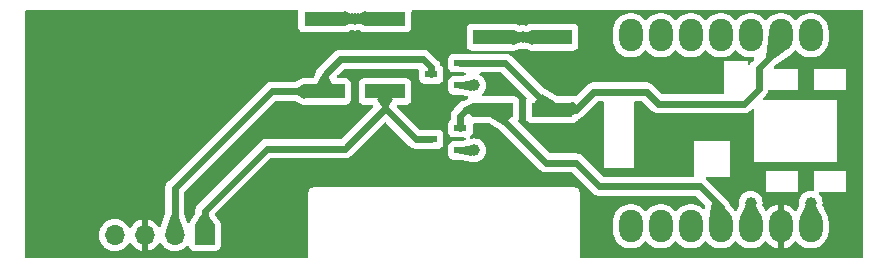
<source format=gbr>
%TF.GenerationSoftware,KiCad,Pcbnew,8.0.5-8.0.5-0~ubuntu22.04.1*%
%TF.CreationDate,2024-09-17T07:55:55-05:00*%
%TF.ProjectId,cheating-calc,63686561-7469-46e6-972d-63616c632e6b,rev?*%
%TF.SameCoordinates,Original*%
%TF.FileFunction,Copper,L1,Top*%
%TF.FilePolarity,Positive*%
%FSLAX46Y46*%
G04 Gerber Fmt 4.6, Leading zero omitted, Abs format (unit mm)*
G04 Created by KiCad (PCBNEW 8.0.5-8.0.5-0~ubuntu22.04.1) date 2024-09-17 07:55:55*
%MOMM*%
%LPD*%
G01*
G04 APERTURE LIST*
G04 Aperture macros list*
%AMRoundRect*
0 Rectangle with rounded corners*
0 $1 Rounding radius*
0 $2 $3 $4 $5 $6 $7 $8 $9 X,Y pos of 4 corners*
0 Add a 4 corners polygon primitive as box body*
4,1,4,$2,$3,$4,$5,$6,$7,$8,$9,$2,$3,0*
0 Add four circle primitives for the rounded corners*
1,1,$1+$1,$2,$3*
1,1,$1+$1,$4,$5*
1,1,$1+$1,$6,$7*
1,1,$1+$1,$8,$9*
0 Add four rect primitives between the rounded corners*
20,1,$1+$1,$2,$3,$4,$5,0*
20,1,$1+$1,$4,$5,$6,$7,0*
20,1,$1+$1,$6,$7,$8,$9,0*
20,1,$1+$1,$8,$9,$2,$3,0*%
G04 Aperture macros list end*
%TA.AperFunction,SMDPad,CuDef*%
%ADD10R,1.070000X0.600000*%
%TD*%
%TA.AperFunction,ComponentPad*%
%ADD11R,1.700000X1.700000*%
%TD*%
%TA.AperFunction,ComponentPad*%
%ADD12O,1.700000X1.700000*%
%TD*%
%TA.AperFunction,SMDPad,CuDef*%
%ADD13R,3.460000X1.280000*%
%TD*%
%TA.AperFunction,SMDPad,CuDef*%
%ADD14RoundRect,1.000000X-0.000010X0.375000X-0.000010X-0.375000X0.000010X-0.375000X0.000010X0.375000X0*%
%TD*%
%TA.AperFunction,ViaPad*%
%ADD15C,1.000000*%
%TD*%
%TA.AperFunction,Conductor*%
%ADD16C,0.600000*%
%TD*%
G04 APERTURE END LIST*
D10*
%TO.P,Q1,1,G*%
%TO.N,+3.3V*%
X122740000Y-58950000D03*
%TO.P,Q1,2,S*%
%TO.N,TIP_GPIO*%
X122740000Y-57050000D03*
%TO.P,Q1,3,D*%
%TO.N,TIP*%
X120260000Y-58000000D03*
%TD*%
D11*
%TO.P,J1,1,Pin_1*%
%TO.N,RING*%
X101092000Y-71628000D03*
D12*
%TO.P,J1,2,Pin_2*%
%TO.N,TIP*%
X98552000Y-71628000D03*
%TO.P,J1,3,Pin_3*%
%TO.N,GND*%
X96012000Y-71628000D03*
%TO.P,J1,4,Pin_4*%
%TO.N,+5V*%
X93472000Y-71628000D03*
%TD*%
D13*
%TO.P,R4,1,1*%
%TO.N,RING_GPIO*%
X125500000Y-61000000D03*
%TO.P,R4,2,2*%
%TO.N,+3.3V*%
X125500000Y-54860000D03*
%TD*%
%TO.P,R2,1,1*%
%TO.N,RING*%
X116350000Y-59450000D03*
%TO.P,R2,2,2*%
%TO.N,+5V*%
X116350000Y-53310000D03*
%TD*%
D14*
%TO.P,U1,1,PA02_A0_D0*%
%TO.N,unconnected-(U1-PA02_A0_D0-Pad1)*%
X152400000Y-54701000D03*
%TO.P,U1,2,PA4_A1_D1*%
%TO.N,TIP_GPIO*%
X149860000Y-54701000D03*
%TO.P,U1,3,PA10_A2_D2*%
%TO.N,unconnected-(U1-PA10_A2_D2-Pad3)*%
X147320000Y-54701000D03*
%TO.P,U1,4,PA11_A3_D3*%
%TO.N,unconnected-(U1-PA11_A3_D3-Pad4)*%
X144780000Y-54701000D03*
%TO.P,U1,5,PA8_A4_D4_SDA*%
%TO.N,unconnected-(U1-PA8_A4_D4_SDA-Pad5)*%
X142240000Y-54701000D03*
%TO.P,U1,6,PA9_A5_D5_SCL*%
%TO.N,unconnected-(U1-PA9_A5_D5_SCL-Pad6)*%
X139700000Y-54701000D03*
%TO.P,U1,7,PB08_A6_D6_TX*%
%TO.N,unconnected-(U1-PB08_A6_D6_TX-Pad7)*%
X137160000Y-54701000D03*
%TO.P,U1,8,PB09_A7_D7_RX*%
%TO.N,unconnected-(U1-PB09_A7_D7_RX-Pad8)*%
X137160000Y-70866000D03*
%TO.P,U1,9,PA7_A8_D8_SCK*%
%TO.N,unconnected-(U1-PA7_A8_D8_SCK-Pad9)*%
X139700000Y-70866000D03*
%TO.P,U1,10,PA5_A9_D9_MISO*%
%TO.N,unconnected-(U1-PA5_A9_D9_MISO-Pad10)*%
X142240000Y-70866000D03*
%TO.P,U1,11,PA6_A10_D10_MOSI*%
%TO.N,RING_GPIO*%
X144780000Y-70866000D03*
%TO.P,U1,12,3V3*%
%TO.N,+3.3V*%
X147320000Y-70866000D03*
%TO.P,U1,13,GND*%
%TO.N,GND*%
X149860000Y-70866000D03*
%TO.P,U1,14,5V*%
%TO.N,+5V*%
X152400000Y-70866000D03*
%TD*%
D13*
%TO.P,R3,1,1*%
%TO.N,TIP_GPIO*%
X130500000Y-61000000D03*
%TO.P,R3,2,2*%
%TO.N,+3.3V*%
X130500000Y-54860000D03*
%TD*%
D10*
%TO.P,Q2,1,G*%
%TO.N,+3.3V*%
X122740000Y-64450000D03*
%TO.P,Q2,2,S*%
%TO.N,RING_GPIO*%
X122740000Y-62550000D03*
%TO.P,Q2,3,D*%
%TO.N,RING*%
X120260000Y-63500000D03*
%TD*%
D13*
%TO.P,R1,1,1*%
%TO.N,TIP*%
X111250000Y-59450000D03*
%TO.P,R1,2,2*%
%TO.N,+5V*%
X111250000Y-53310000D03*
%TD*%
D15*
%TO.N,+5V*%
X113800000Y-53310000D03*
X152400000Y-68890000D03*
%TO.N,+3.3V*%
X147320000Y-68890000D03*
X123900000Y-58950000D03*
X128000000Y-54860000D03*
X123900000Y-64450000D03*
%TD*%
D16*
%TO.N,+5V*%
X116350000Y-53310000D02*
X113800000Y-53310000D01*
X111250000Y-53310000D02*
X113800000Y-53310000D01*
%TO.N,RING*%
X101092000Y-69558000D02*
X101092000Y-71628000D01*
X118950000Y-63500000D02*
X116350000Y-60900000D01*
X106350000Y-64300000D02*
X101092000Y-69558000D01*
X116350000Y-60900000D02*
X112950000Y-64300000D01*
X116350000Y-59450000D02*
X116350000Y-60900000D01*
X112950000Y-64300000D02*
X106350000Y-64300000D01*
X120260000Y-63500000D02*
X118950000Y-63500000D01*
%TO.N,TIP*%
X119600000Y-56750000D02*
X112550000Y-56750000D01*
X120260000Y-58000000D02*
X120260000Y-57410000D01*
X111250000Y-58050000D02*
X111250000Y-59450000D01*
X98552000Y-67648000D02*
X106750000Y-59450000D01*
X120260000Y-57410000D02*
X119600000Y-56750000D01*
X98552000Y-67648000D02*
X98552000Y-71628000D01*
X106750000Y-59450000D02*
X111250000Y-59450000D01*
X112550000Y-56750000D02*
X111250000Y-58050000D01*
%TO.N,RING_GPIO*%
X144780000Y-70866000D02*
X144780000Y-69280000D01*
X132500000Y-65500000D02*
X130000000Y-65500000D01*
X143000000Y-67500000D02*
X134500000Y-67500000D01*
X122740000Y-61510000D02*
X123250000Y-61000000D01*
X122740000Y-62550000D02*
X122740000Y-61510000D01*
X134500000Y-67500000D02*
X132500000Y-65500000D01*
X144780000Y-69280000D02*
X143000000Y-67500000D01*
X123250000Y-61000000D02*
X125500000Y-61000000D01*
X130000000Y-65500000D02*
X125500000Y-61000000D01*
%TO.N,TIP_GPIO*%
X130500000Y-61000000D02*
X126550000Y-57050000D01*
X149860000Y-54701000D02*
X149860000Y-55640000D01*
X146739264Y-60500000D02*
X139500000Y-60500000D01*
X132500000Y-61000000D02*
X130500000Y-61000000D01*
X148000000Y-59239264D02*
X146739264Y-60500000D01*
X138500000Y-59500000D02*
X134000000Y-59500000D01*
X134000000Y-59500000D02*
X132500000Y-61000000D01*
X126550000Y-57050000D02*
X122740000Y-57050000D01*
X149860000Y-55640000D02*
X148000000Y-57500000D01*
X148000000Y-57500000D02*
X148000000Y-59239264D01*
X139500000Y-60500000D02*
X138500000Y-59500000D01*
%TO.N,+5V*%
X116340000Y-53000000D02*
X116350000Y-53010000D01*
X152400000Y-68890000D02*
X152400000Y-70866000D01*
X111260000Y-53000000D02*
X111250000Y-53010000D01*
%TO.N,+3.3V*%
X147320000Y-68890000D02*
X147320000Y-70866000D01*
X123900000Y-64450000D02*
X122740000Y-64450000D01*
X122740000Y-58950000D02*
X123900000Y-58950000D01*
X128000000Y-54860000D02*
X130500000Y-54860000D01*
X125500000Y-54860000D02*
X128000000Y-54860000D01*
%TD*%
%TA.AperFunction,Conductor*%
%TO.N,GND*%
G36*
X108962539Y-52590185D02*
G01*
X109008294Y-52642989D01*
X109019500Y-52694500D01*
X109019500Y-53997870D01*
X109019501Y-53997876D01*
X109025908Y-54057483D01*
X109076202Y-54192328D01*
X109076206Y-54192335D01*
X109162452Y-54307544D01*
X109162455Y-54307547D01*
X109277664Y-54393793D01*
X109277671Y-54393797D01*
X109412517Y-54444091D01*
X109412516Y-54444091D01*
X109419444Y-54444835D01*
X109472127Y-54450500D01*
X112998136Y-54450499D01*
X113003968Y-54450636D01*
X113009511Y-54450896D01*
X113024035Y-54451581D01*
X113024036Y-54451580D01*
X113024040Y-54451581D01*
X113028678Y-54451135D01*
X113032949Y-54450725D01*
X113048386Y-54448403D01*
X113053536Y-54447739D01*
X113087483Y-54444091D01*
X113222331Y-54393796D01*
X113222334Y-54393793D01*
X113230123Y-54389539D01*
X113230189Y-54389661D01*
X113231404Y-54388845D01*
X113432803Y-54281851D01*
X113501239Y-54267783D01*
X113526973Y-54272698D01*
X113603868Y-54296024D01*
X113800000Y-54315341D01*
X113996132Y-54296024D01*
X114073025Y-54272697D01*
X114142890Y-54272073D01*
X114167195Y-54281852D01*
X114302853Y-54353920D01*
X114368622Y-54388860D01*
X114369819Y-54389629D01*
X114369868Y-54389541D01*
X114377666Y-54393793D01*
X114377669Y-54393796D01*
X114377672Y-54393797D01*
X114381671Y-54395978D01*
X114385061Y-54397473D01*
X114390516Y-54400277D01*
X114390526Y-54400282D01*
X114391113Y-54400574D01*
X114442378Y-54421800D01*
X114454971Y-54427014D01*
X114467367Y-54429286D01*
X114488328Y-54435069D01*
X114512517Y-54444091D01*
X114528629Y-54445823D01*
X114572115Y-54450499D01*
X114572120Y-54450499D01*
X114572127Y-54450500D01*
X114572133Y-54450499D01*
X114575436Y-54450677D01*
X114575427Y-54450833D01*
X114594173Y-54452536D01*
X114596492Y-54452962D01*
X114605440Y-54453307D01*
X114659537Y-54452495D01*
X114659539Y-54452494D01*
X114665587Y-54451807D01*
X114665635Y-54452234D01*
X114681994Y-54450499D01*
X118127871Y-54450499D01*
X118127872Y-54450499D01*
X118187483Y-54444091D01*
X118322331Y-54393796D01*
X118437546Y-54307546D01*
X118523796Y-54192331D01*
X118531329Y-54172135D01*
X123269500Y-54172135D01*
X123269500Y-55547870D01*
X123269501Y-55547876D01*
X123275908Y-55607483D01*
X123326202Y-55742328D01*
X123326206Y-55742335D01*
X123412452Y-55857544D01*
X123412455Y-55857547D01*
X123527664Y-55943793D01*
X123527671Y-55943797D01*
X123662517Y-55994091D01*
X123662516Y-55994091D01*
X123669444Y-55994835D01*
X123722127Y-56000500D01*
X127248136Y-56000499D01*
X127253968Y-56000636D01*
X127259511Y-56000896D01*
X127274035Y-56001581D01*
X127274036Y-56001580D01*
X127274040Y-56001581D01*
X127278678Y-56001135D01*
X127282949Y-56000725D01*
X127298386Y-55998403D01*
X127303536Y-55997739D01*
X127337483Y-55994091D01*
X127472331Y-55943796D01*
X127472334Y-55943793D01*
X127480123Y-55939539D01*
X127480189Y-55939661D01*
X127481404Y-55938845D01*
X127664632Y-55841505D01*
X127733067Y-55827437D01*
X127758792Y-55832350D01*
X127803868Y-55846024D01*
X128000000Y-55865341D01*
X128196132Y-55846024D01*
X128241197Y-55832352D01*
X128311063Y-55831728D01*
X128335369Y-55841507D01*
X128444299Y-55899376D01*
X128518622Y-55938860D01*
X128519819Y-55939629D01*
X128519868Y-55939541D01*
X128527666Y-55943793D01*
X128527669Y-55943796D01*
X128527672Y-55943797D01*
X128531671Y-55945978D01*
X128535061Y-55947473D01*
X128539004Y-55949500D01*
X128540526Y-55950282D01*
X128541113Y-55950574D01*
X128589705Y-55970693D01*
X128604971Y-55977014D01*
X128617367Y-55979286D01*
X128638328Y-55985069D01*
X128662517Y-55994091D01*
X128678629Y-55995823D01*
X128722115Y-56000499D01*
X128722120Y-56000499D01*
X128722127Y-56000500D01*
X128722133Y-56000499D01*
X128725436Y-56000677D01*
X128725427Y-56000833D01*
X128744173Y-56002536D01*
X128746492Y-56002962D01*
X128755440Y-56003307D01*
X128809537Y-56002495D01*
X128809539Y-56002494D01*
X128815587Y-56001807D01*
X128815635Y-56002234D01*
X128831994Y-56000499D01*
X132277871Y-56000499D01*
X132277872Y-56000499D01*
X132337483Y-55994091D01*
X132472331Y-55943796D01*
X132587546Y-55857546D01*
X132673796Y-55742331D01*
X132724091Y-55607483D01*
X132730500Y-55547873D01*
X132730499Y-54172128D01*
X132724091Y-54112517D01*
X132703564Y-54057482D01*
X132673797Y-53977671D01*
X132673793Y-53977664D01*
X132587547Y-53862455D01*
X132587544Y-53862452D01*
X132472335Y-53776206D01*
X132472328Y-53776202D01*
X132337482Y-53725908D01*
X132337483Y-53725908D01*
X132277883Y-53719501D01*
X132277881Y-53719500D01*
X132277873Y-53719500D01*
X132277865Y-53719500D01*
X128751981Y-53719500D01*
X128746140Y-53719362D01*
X128744803Y-53719299D01*
X128726013Y-53718412D01*
X128717125Y-53719265D01*
X128717078Y-53719270D01*
X128701606Y-53721596D01*
X128696436Y-53722262D01*
X128662516Y-53725908D01*
X128527666Y-53776204D01*
X128519908Y-53780436D01*
X128519868Y-53780363D01*
X128518666Y-53781113D01*
X128335367Y-53878491D01*
X128266929Y-53892560D01*
X128241198Y-53887646D01*
X128196130Y-53873975D01*
X128196131Y-53873975D01*
X128000000Y-53854659D01*
X127803870Y-53873975D01*
X127758798Y-53887647D01*
X127688931Y-53888268D01*
X127664631Y-53878492D01*
X127481414Y-53781158D01*
X127480179Y-53780373D01*
X127480129Y-53780466D01*
X127472334Y-53776206D01*
X127472331Y-53776204D01*
X127472327Y-53776202D01*
X127468443Y-53774080D01*
X127465019Y-53772568D01*
X127459163Y-53769562D01*
X127458583Y-53769275D01*
X127458569Y-53769268D01*
X127395032Y-53742987D01*
X127395029Y-53742986D01*
X127395021Y-53742984D01*
X127382636Y-53740713D01*
X127361671Y-53734930D01*
X127337481Y-53725908D01*
X127337483Y-53725908D01*
X127277883Y-53719501D01*
X127277881Y-53719500D01*
X127277873Y-53719500D01*
X127277864Y-53719500D01*
X127274548Y-53719322D01*
X127274556Y-53719167D01*
X127255859Y-53717467D01*
X127253511Y-53717037D01*
X127251708Y-53716967D01*
X127244551Y-53716691D01*
X127190461Y-53717503D01*
X127184415Y-53718191D01*
X127184366Y-53717765D01*
X127168008Y-53719500D01*
X123722129Y-53719500D01*
X123722123Y-53719501D01*
X123662516Y-53725908D01*
X123527671Y-53776202D01*
X123527664Y-53776206D01*
X123412455Y-53862452D01*
X123412452Y-53862455D01*
X123326206Y-53977664D01*
X123326202Y-53977671D01*
X123275908Y-54112517D01*
X123269501Y-54172116D01*
X123269501Y-54172123D01*
X123269500Y-54172135D01*
X118531329Y-54172135D01*
X118574091Y-54057483D01*
X118580500Y-53997873D01*
X118580499Y-52694499D01*
X118600184Y-52627461D01*
X118652987Y-52581706D01*
X118704499Y-52570500D01*
X132278325Y-52570500D01*
X156719763Y-52570500D01*
X156786802Y-52590185D01*
X156832557Y-52642989D01*
X156843763Y-52694500D01*
X156843763Y-73445704D01*
X156824078Y-73512743D01*
X156771274Y-73558498D01*
X156719763Y-73569704D01*
X132968733Y-73569704D01*
X132901694Y-73550019D01*
X132855939Y-73497215D01*
X132844733Y-73445704D01*
X132844733Y-68004161D01*
X132844733Y-68004159D01*
X132810625Y-67876865D01*
X132744733Y-67762737D01*
X132651547Y-67669551D01*
X132594483Y-67636605D01*
X132537420Y-67603659D01*
X132473772Y-67586605D01*
X132410125Y-67569551D01*
X110409913Y-67569551D01*
X110278129Y-67569551D01*
X110150833Y-67603659D01*
X110036707Y-67669551D01*
X110036704Y-67669553D01*
X109943523Y-67762734D01*
X109943521Y-67762737D01*
X109877629Y-67876863D01*
X109843521Y-68004159D01*
X109843521Y-73445704D01*
X109823836Y-73512743D01*
X109771032Y-73558498D01*
X109719521Y-73569704D01*
X85968500Y-73569704D01*
X85901461Y-73550019D01*
X85855706Y-73497215D01*
X85844500Y-73445704D01*
X85844500Y-71627999D01*
X92116341Y-71627999D01*
X92116341Y-71628000D01*
X92136936Y-71863403D01*
X92136938Y-71863413D01*
X92198094Y-72091655D01*
X92198096Y-72091659D01*
X92198097Y-72091663D01*
X92277801Y-72262588D01*
X92297965Y-72305830D01*
X92297967Y-72305834D01*
X92406281Y-72460521D01*
X92433505Y-72499401D01*
X92600599Y-72666495D01*
X92678723Y-72721198D01*
X92794165Y-72802032D01*
X92794167Y-72802033D01*
X92794170Y-72802035D01*
X93008337Y-72901903D01*
X93236592Y-72963063D01*
X93413034Y-72978500D01*
X93471999Y-72983659D01*
X93472000Y-72983659D01*
X93472001Y-72983659D01*
X93530966Y-72978500D01*
X93707408Y-72963063D01*
X93935663Y-72901903D01*
X94149830Y-72802035D01*
X94343401Y-72666495D01*
X94510495Y-72499401D01*
X94640730Y-72313405D01*
X94695307Y-72269781D01*
X94764805Y-72262587D01*
X94827160Y-72294110D01*
X94843879Y-72313405D01*
X94973890Y-72499078D01*
X95140917Y-72666105D01*
X95334421Y-72801600D01*
X95548507Y-72901429D01*
X95548516Y-72901433D01*
X95762000Y-72958634D01*
X95762000Y-72061012D01*
X95819007Y-72093925D01*
X95946174Y-72128000D01*
X96077826Y-72128000D01*
X96204993Y-72093925D01*
X96262000Y-72061012D01*
X96262000Y-72958633D01*
X96475483Y-72901433D01*
X96475492Y-72901429D01*
X96689578Y-72801600D01*
X96883082Y-72666105D01*
X97050105Y-72499082D01*
X97180119Y-72313405D01*
X97234696Y-72269781D01*
X97304195Y-72262588D01*
X97366549Y-72294110D01*
X97383269Y-72313405D01*
X97513505Y-72499401D01*
X97680599Y-72666495D01*
X97758723Y-72721198D01*
X97874165Y-72802032D01*
X97874167Y-72802033D01*
X97874170Y-72802035D01*
X98088337Y-72901903D01*
X98316592Y-72963063D01*
X98493034Y-72978500D01*
X98551999Y-72983659D01*
X98552000Y-72983659D01*
X98552001Y-72983659D01*
X98610966Y-72978500D01*
X98787408Y-72963063D01*
X99015663Y-72901903D01*
X99229830Y-72802035D01*
X99423401Y-72666495D01*
X99545329Y-72544566D01*
X99606648Y-72511084D01*
X99676340Y-72516068D01*
X99732274Y-72557939D01*
X99749189Y-72588917D01*
X99798202Y-72720328D01*
X99798206Y-72720335D01*
X99884452Y-72835544D01*
X99884455Y-72835547D01*
X99999664Y-72921793D01*
X99999671Y-72921797D01*
X100134517Y-72972091D01*
X100134516Y-72972091D01*
X100141444Y-72972835D01*
X100194127Y-72978500D01*
X101989872Y-72978499D01*
X102049483Y-72972091D01*
X102184331Y-72921796D01*
X102299546Y-72835546D01*
X102385796Y-72720331D01*
X102436091Y-72585483D01*
X102442500Y-72525873D01*
X102442499Y-70730128D01*
X102436091Y-70670517D01*
X102436090Y-70670513D01*
X102427504Y-70647493D01*
X102423097Y-70633045D01*
X102421443Y-70626141D01*
X102421442Y-70626138D01*
X102413361Y-70608589D01*
X102409811Y-70600056D01*
X102385798Y-70535673D01*
X102385795Y-70535668D01*
X102378054Y-70525327D01*
X102364684Y-70502872D01*
X102361266Y-70495448D01*
X101993544Y-69927150D01*
X101973652Y-69860172D01*
X101993128Y-69793072D01*
X102009965Y-69772111D01*
X106645259Y-65136819D01*
X106706582Y-65103334D01*
X106732940Y-65100500D01*
X113028844Y-65100500D01*
X113028845Y-65100499D01*
X113183497Y-65069737D01*
X113329179Y-65009394D01*
X113460289Y-64921789D01*
X116262319Y-62119759D01*
X116323642Y-62086274D01*
X116393334Y-62091258D01*
X116437681Y-62119759D01*
X118328211Y-64010289D01*
X118420049Y-64102127D01*
X118439712Y-64121790D01*
X118570814Y-64209390D01*
X118570816Y-64209391D01*
X118570821Y-64209394D01*
X118678192Y-64253868D01*
X118678195Y-64253869D01*
X118678196Y-64253870D01*
X118716498Y-64269735D01*
X118716503Y-64269737D01*
X118716507Y-64269737D01*
X118716508Y-64269738D01*
X118871154Y-64300500D01*
X118871157Y-64300500D01*
X120353276Y-64300500D01*
X120353284Y-64300499D01*
X120842871Y-64300499D01*
X120842872Y-64300499D01*
X120902483Y-64294091D01*
X121037331Y-64243796D01*
X121152546Y-64157546D01*
X121238796Y-64042331D01*
X121289091Y-63907483D01*
X121295500Y-63847873D01*
X121295499Y-63152128D01*
X121289091Y-63092517D01*
X121238796Y-62957669D01*
X121238795Y-62957668D01*
X121238793Y-62957664D01*
X121152547Y-62842455D01*
X121152544Y-62842452D01*
X121037335Y-62756206D01*
X121037328Y-62756202D01*
X120902482Y-62705908D01*
X120902483Y-62705908D01*
X120842883Y-62699501D01*
X120842881Y-62699500D01*
X120842873Y-62699500D01*
X120842865Y-62699500D01*
X119332940Y-62699500D01*
X119265901Y-62679815D01*
X119245259Y-62663181D01*
X117384258Y-60802180D01*
X117350773Y-60740857D01*
X117355757Y-60671165D01*
X117397629Y-60615232D01*
X117463093Y-60590815D01*
X117471939Y-60590499D01*
X118127871Y-60590499D01*
X118127872Y-60590499D01*
X118187483Y-60584091D01*
X118322331Y-60533796D01*
X118437546Y-60447546D01*
X118523796Y-60332331D01*
X118574091Y-60197483D01*
X118580500Y-60137873D01*
X118580499Y-58762128D01*
X118574091Y-58702517D01*
X118565790Y-58680262D01*
X118523797Y-58567671D01*
X118523793Y-58567664D01*
X118437547Y-58452455D01*
X118437544Y-58452452D01*
X118322335Y-58366206D01*
X118322328Y-58366202D01*
X118187482Y-58315908D01*
X118187483Y-58315908D01*
X118127883Y-58309501D01*
X118127881Y-58309500D01*
X118127873Y-58309500D01*
X118127864Y-58309500D01*
X114572129Y-58309500D01*
X114572123Y-58309501D01*
X114512516Y-58315908D01*
X114377671Y-58366202D01*
X114377664Y-58366206D01*
X114262455Y-58452452D01*
X114262452Y-58452455D01*
X114176206Y-58567664D01*
X114176202Y-58567671D01*
X114125908Y-58702517D01*
X114119501Y-58762116D01*
X114119501Y-58762123D01*
X114119500Y-58762135D01*
X114119500Y-60137870D01*
X114119501Y-60137876D01*
X114125908Y-60197483D01*
X114176202Y-60332328D01*
X114176206Y-60332335D01*
X114262452Y-60447544D01*
X114262455Y-60447547D01*
X114377664Y-60533793D01*
X114377671Y-60533797D01*
X114512517Y-60584091D01*
X114512516Y-60584091D01*
X114519444Y-60584835D01*
X114572127Y-60590500D01*
X115228059Y-60590499D01*
X115295098Y-60610183D01*
X115340853Y-60662987D01*
X115350797Y-60732146D01*
X115321772Y-60795702D01*
X115315740Y-60802180D01*
X112654741Y-63463181D01*
X112593418Y-63496666D01*
X112567060Y-63499500D01*
X106271155Y-63499500D01*
X106116510Y-63530261D01*
X106116498Y-63530264D01*
X105970827Y-63590602D01*
X105970814Y-63590609D01*
X105839711Y-63678210D01*
X105839707Y-63678213D01*
X101848371Y-67669551D01*
X100581711Y-68936211D01*
X100527422Y-68990500D01*
X100470209Y-69047712D01*
X100382609Y-69178814D01*
X100382602Y-69178827D01*
X100322264Y-69324498D01*
X100322261Y-69324510D01*
X100291500Y-69479153D01*
X100291500Y-69734370D01*
X100271815Y-69801409D01*
X100271607Y-69801733D01*
X100103598Y-70061384D01*
X99822731Y-70495452D01*
X99822591Y-70495667D01*
X99822371Y-70496007D01*
X99822366Y-70496017D01*
X99819136Y-70503057D01*
X99805679Y-70525682D01*
X99804240Y-70527603D01*
X99748293Y-70569457D01*
X99678600Y-70574419D01*
X99617288Y-70540914D01*
X99588070Y-70494540D01*
X99359572Y-69847264D01*
X99352500Y-69805988D01*
X99352500Y-68030940D01*
X99372185Y-67963901D01*
X99388819Y-67943259D01*
X107045259Y-60286819D01*
X107106582Y-60253334D01*
X107132940Y-60250500D01*
X108713758Y-60250500D01*
X108771933Y-60264994D01*
X109268617Y-60528858D01*
X109269824Y-60529619D01*
X109269868Y-60529541D01*
X109277666Y-60533793D01*
X109277669Y-60533796D01*
X109277672Y-60533797D01*
X109281671Y-60535978D01*
X109285061Y-60537473D01*
X109290516Y-60540277D01*
X109290526Y-60540282D01*
X109291113Y-60540574D01*
X109342378Y-60561800D01*
X109354971Y-60567014D01*
X109367367Y-60569286D01*
X109388328Y-60575069D01*
X109412517Y-60584091D01*
X109428629Y-60585823D01*
X109472115Y-60590499D01*
X109472120Y-60590499D01*
X109472127Y-60590500D01*
X109472133Y-60590499D01*
X109475436Y-60590677D01*
X109475427Y-60590833D01*
X109494173Y-60592536D01*
X109496492Y-60592962D01*
X109505440Y-60593307D01*
X109559537Y-60592495D01*
X109559539Y-60592494D01*
X109565587Y-60591807D01*
X109565635Y-60592234D01*
X109581994Y-60590499D01*
X113027871Y-60590499D01*
X113027872Y-60590499D01*
X113087483Y-60584091D01*
X113222331Y-60533796D01*
X113337546Y-60447546D01*
X113423796Y-60332331D01*
X113474091Y-60197483D01*
X113480500Y-60137873D01*
X113480499Y-58762128D01*
X113474091Y-58702517D01*
X113465790Y-58680262D01*
X113423797Y-58567671D01*
X113423793Y-58567664D01*
X113337547Y-58452455D01*
X113337544Y-58452452D01*
X113222335Y-58366206D01*
X113222328Y-58366202D01*
X113087482Y-58315908D01*
X113087483Y-58315908D01*
X113027883Y-58309501D01*
X113027881Y-58309500D01*
X113027873Y-58309500D01*
X113027865Y-58309500D01*
X112421939Y-58309500D01*
X112354900Y-58289815D01*
X112309145Y-58237011D01*
X112299201Y-58167853D01*
X112328226Y-58104297D01*
X112334258Y-58097819D01*
X112530999Y-57901079D01*
X112845259Y-57586819D01*
X112906582Y-57553334D01*
X112932940Y-57550500D01*
X119100500Y-57550500D01*
X119167539Y-57570185D01*
X119213294Y-57622989D01*
X119224500Y-57674500D01*
X119224500Y-58347870D01*
X119224501Y-58347876D01*
X119230908Y-58407483D01*
X119281202Y-58542328D01*
X119281206Y-58542335D01*
X119367452Y-58657544D01*
X119367455Y-58657547D01*
X119482664Y-58743793D01*
X119482671Y-58743797D01*
X119509673Y-58753868D01*
X119617517Y-58794091D01*
X119677127Y-58800500D01*
X120171155Y-58800499D01*
X120171169Y-58800500D01*
X120181158Y-58800500D01*
X120353276Y-58800500D01*
X120353284Y-58800499D01*
X120842871Y-58800499D01*
X120842872Y-58800499D01*
X120902483Y-58794091D01*
X121037331Y-58743796D01*
X121152546Y-58657546D01*
X121238796Y-58542331D01*
X121289091Y-58407483D01*
X121295500Y-58347873D01*
X121295499Y-57652128D01*
X121289091Y-57592517D01*
X121272860Y-57549000D01*
X121238797Y-57457671D01*
X121238793Y-57457664D01*
X121152548Y-57342457D01*
X121152546Y-57342454D01*
X121152544Y-57342452D01*
X121152541Y-57342449D01*
X121085072Y-57291943D01*
X121043200Y-57236010D01*
X121037767Y-57216877D01*
X121029737Y-57176503D01*
X120995562Y-57093997D01*
X120969397Y-57030827D01*
X120969390Y-57030814D01*
X120881790Y-56899712D01*
X120832578Y-56850500D01*
X120770289Y-56788211D01*
X120684205Y-56702127D01*
X121704500Y-56702127D01*
X121704500Y-56702134D01*
X121704500Y-56702135D01*
X121704500Y-57397870D01*
X121704501Y-57397876D01*
X121710908Y-57457483D01*
X121761202Y-57592328D01*
X121761206Y-57592335D01*
X121847452Y-57707544D01*
X121847455Y-57707547D01*
X121962664Y-57793793D01*
X121962671Y-57793797D01*
X122007618Y-57810561D01*
X122097517Y-57844091D01*
X122157127Y-57850500D01*
X122651155Y-57850499D01*
X122651169Y-57850500D01*
X122661158Y-57850500D01*
X123067291Y-57850500D01*
X123134330Y-57870185D01*
X123180085Y-57922989D01*
X123190029Y-57992147D01*
X123161004Y-58055703D01*
X123102226Y-58093477D01*
X123091639Y-58096086D01*
X122836966Y-58147086D01*
X122812618Y-58149500D01*
X122157129Y-58149500D01*
X122157123Y-58149501D01*
X122097516Y-58155908D01*
X121962671Y-58206202D01*
X121962664Y-58206206D01*
X121847455Y-58292452D01*
X121847452Y-58292455D01*
X121761206Y-58407664D01*
X121761202Y-58407671D01*
X121710910Y-58542513D01*
X121710909Y-58542517D01*
X121704500Y-58602127D01*
X121704500Y-58602134D01*
X121704500Y-58602135D01*
X121704500Y-59297870D01*
X121704501Y-59297876D01*
X121710908Y-59357483D01*
X121761202Y-59492328D01*
X121761206Y-59492335D01*
X121847452Y-59607544D01*
X121847455Y-59607547D01*
X121962664Y-59693793D01*
X121962671Y-59693797D01*
X121977962Y-59699500D01*
X122097517Y-59744091D01*
X122157127Y-59750500D01*
X122651155Y-59750499D01*
X122651169Y-59750500D01*
X122661158Y-59750500D01*
X122812622Y-59750500D01*
X122836969Y-59752913D01*
X123307198Y-59847080D01*
X123369067Y-59879545D01*
X123403563Y-59940305D01*
X123399733Y-60010070D01*
X123382119Y-60042974D01*
X123377850Y-60048677D01*
X123338453Y-60082957D01*
X123119039Y-60203934D01*
X123083360Y-60216963D01*
X123016506Y-60230261D01*
X123016500Y-60230263D01*
X122870827Y-60290602D01*
X122870814Y-60290609D01*
X122739711Y-60378210D01*
X122739707Y-60378213D01*
X122322220Y-60795702D01*
X122229711Y-60888211D01*
X122183384Y-60934538D01*
X122118209Y-60999712D01*
X122030609Y-61130814D01*
X122030602Y-61130827D01*
X121970264Y-61276498D01*
X121970261Y-61276510D01*
X121939500Y-61431153D01*
X121939500Y-61761478D01*
X121919815Y-61828517D01*
X121889812Y-61860744D01*
X121847457Y-61892450D01*
X121847451Y-61892457D01*
X121761206Y-62007664D01*
X121761202Y-62007671D01*
X121711661Y-62140500D01*
X121710909Y-62142517D01*
X121704500Y-62202127D01*
X121704500Y-62202134D01*
X121704500Y-62202135D01*
X121704500Y-62897870D01*
X121704501Y-62897876D01*
X121710908Y-62957483D01*
X121761202Y-63092328D01*
X121761206Y-63092335D01*
X121847452Y-63207544D01*
X121847455Y-63207547D01*
X121962664Y-63293793D01*
X121962671Y-63293797D01*
X122007618Y-63310561D01*
X122097517Y-63344091D01*
X122157127Y-63350500D01*
X122651155Y-63350499D01*
X122651169Y-63350500D01*
X122661158Y-63350500D01*
X122833276Y-63350500D01*
X122833284Y-63350499D01*
X123067296Y-63350499D01*
X123134335Y-63370184D01*
X123180090Y-63422988D01*
X123190034Y-63492146D01*
X123161009Y-63555702D01*
X123102231Y-63593476D01*
X123091644Y-63596085D01*
X122836966Y-63647086D01*
X122812618Y-63649500D01*
X122157129Y-63649500D01*
X122157123Y-63649501D01*
X122097516Y-63655908D01*
X121962671Y-63706202D01*
X121962664Y-63706206D01*
X121847455Y-63792452D01*
X121847452Y-63792455D01*
X121761206Y-63907664D01*
X121761202Y-63907671D01*
X121710910Y-64042513D01*
X121710909Y-64042517D01*
X121704500Y-64102127D01*
X121704500Y-64102134D01*
X121704500Y-64102135D01*
X121704500Y-64797870D01*
X121704501Y-64797876D01*
X121710908Y-64857483D01*
X121761202Y-64992328D01*
X121761206Y-64992335D01*
X121847452Y-65107544D01*
X121847455Y-65107547D01*
X121962664Y-65193793D01*
X121962671Y-65193797D01*
X122007618Y-65210561D01*
X122097517Y-65244091D01*
X122157127Y-65250500D01*
X122651155Y-65250499D01*
X122651169Y-65250500D01*
X122661158Y-65250500D01*
X122812622Y-65250500D01*
X122836969Y-65252913D01*
X123599989Y-65405714D01*
X123604242Y-65406547D01*
X123604249Y-65406547D01*
X123604998Y-65406694D01*
X123617156Y-65409720D01*
X123703868Y-65436024D01*
X123900000Y-65455341D01*
X124096132Y-65436024D01*
X124284727Y-65378814D01*
X124458538Y-65285910D01*
X124610883Y-65160883D01*
X124735910Y-65008538D01*
X124828814Y-64834727D01*
X124886024Y-64646132D01*
X124905341Y-64450000D01*
X124886024Y-64253868D01*
X124828814Y-64065273D01*
X124828811Y-64065269D01*
X124828811Y-64065266D01*
X124735913Y-63891467D01*
X124735909Y-63891460D01*
X124610883Y-63739116D01*
X124458539Y-63614090D01*
X124458532Y-63614086D01*
X124284733Y-63521188D01*
X124284727Y-63521186D01*
X124096132Y-63463976D01*
X124096129Y-63463975D01*
X123900000Y-63444659D01*
X123703870Y-63463975D01*
X123682934Y-63470326D01*
X123613067Y-63470947D01*
X123553955Y-63433697D01*
X123524366Y-63370402D01*
X123533694Y-63301158D01*
X123572630Y-63252398D01*
X123632546Y-63207546D01*
X123718796Y-63092331D01*
X123769091Y-62957483D01*
X123775500Y-62897873D01*
X123775499Y-62264498D01*
X123795183Y-62197460D01*
X123847987Y-62151705D01*
X123899499Y-62140499D01*
X125056882Y-62140499D01*
X125119114Y-62157246D01*
X126072480Y-62710435D01*
X126097927Y-62730005D01*
X129489707Y-66121786D01*
X129489711Y-66121789D01*
X129620814Y-66209390D01*
X129620827Y-66209397D01*
X129766498Y-66269735D01*
X129766503Y-66269737D01*
X129921153Y-66300499D01*
X129921156Y-66300500D01*
X129921158Y-66300500D01*
X130078842Y-66300500D01*
X132117060Y-66300500D01*
X132184099Y-66320185D01*
X132204741Y-66336819D01*
X133878211Y-68010289D01*
X133983181Y-68115259D01*
X133989712Y-68121790D01*
X134120814Y-68209390D01*
X134120827Y-68209397D01*
X134262817Y-68268210D01*
X134262819Y-68268211D01*
X134266503Y-68269737D01*
X134421153Y-68300499D01*
X134421156Y-68300500D01*
X134421158Y-68300500D01*
X134578842Y-68300500D01*
X142617060Y-68300500D01*
X142684099Y-68320185D01*
X142704741Y-68336819D01*
X143429540Y-69061618D01*
X143463025Y-69122941D01*
X143464528Y-69167420D01*
X143445350Y-69297244D01*
X143416080Y-69360687D01*
X143357156Y-69398234D01*
X143287287Y-69397964D01*
X143242541Y-69373746D01*
X143152216Y-69297244D01*
X143114898Y-69265637D01*
X143114896Y-69265636D01*
X143114894Y-69265634D01*
X142901273Y-69138344D01*
X142901271Y-69138343D01*
X142901269Y-69138342D01*
X142669625Y-69047953D01*
X142669615Y-69047950D01*
X142426238Y-68996919D01*
X142426235Y-68996918D01*
X142322850Y-68990500D01*
X142322842Y-68990500D01*
X142157158Y-68990500D01*
X142157149Y-68990500D01*
X142053764Y-68996918D01*
X142053761Y-68996919D01*
X141810384Y-69047950D01*
X141810374Y-69047953D01*
X141578730Y-69138342D01*
X141365097Y-69265639D01*
X141175350Y-69426348D01*
X141175348Y-69426350D01*
X141064622Y-69557084D01*
X141006273Y-69595519D01*
X140936408Y-69596306D01*
X140877208Y-69559197D01*
X140875378Y-69557084D01*
X140764651Y-69426350D01*
X140764649Y-69426348D01*
X140574902Y-69265639D01*
X140429202Y-69178821D01*
X140361273Y-69138344D01*
X140361271Y-69138343D01*
X140361269Y-69138342D01*
X140129625Y-69047953D01*
X140129615Y-69047950D01*
X139886238Y-68996919D01*
X139886235Y-68996918D01*
X139782850Y-68990500D01*
X139782842Y-68990500D01*
X139617158Y-68990500D01*
X139617149Y-68990500D01*
X139513764Y-68996918D01*
X139513761Y-68996919D01*
X139270384Y-69047950D01*
X139270374Y-69047953D01*
X139038730Y-69138342D01*
X138825097Y-69265639D01*
X138635350Y-69426348D01*
X138635348Y-69426350D01*
X138524622Y-69557084D01*
X138466273Y-69595519D01*
X138396408Y-69596306D01*
X138337208Y-69559197D01*
X138335378Y-69557084D01*
X138224651Y-69426350D01*
X138224649Y-69426348D01*
X138034902Y-69265639D01*
X137889202Y-69178821D01*
X137821273Y-69138344D01*
X137821271Y-69138343D01*
X137821269Y-69138342D01*
X137589625Y-69047953D01*
X137589615Y-69047950D01*
X137346238Y-68996919D01*
X137346235Y-68996918D01*
X137242850Y-68990500D01*
X137242842Y-68990500D01*
X137077158Y-68990500D01*
X137077149Y-68990500D01*
X136973764Y-68996918D01*
X136973761Y-68996919D01*
X136730384Y-69047950D01*
X136730374Y-69047953D01*
X136498730Y-69138342D01*
X136285097Y-69265639D01*
X136095350Y-69426348D01*
X136095348Y-69426350D01*
X135934639Y-69616097D01*
X135807342Y-69829730D01*
X135716953Y-70061374D01*
X135716950Y-70061384D01*
X135665919Y-70304761D01*
X135665918Y-70304764D01*
X135659500Y-70408149D01*
X135659500Y-71323850D01*
X135665918Y-71427235D01*
X135665919Y-71427238D01*
X135716950Y-71670615D01*
X135716953Y-71670625D01*
X135807342Y-71902269D01*
X135807344Y-71902273D01*
X135934634Y-72115894D01*
X135934639Y-72115902D01*
X136095348Y-72305649D01*
X136095350Y-72305651D01*
X136285097Y-72466360D01*
X136285103Y-72466363D01*
X136285106Y-72466366D01*
X136498727Y-72593656D01*
X136498730Y-72593657D01*
X136730374Y-72684046D01*
X136730381Y-72684048D01*
X136730386Y-72684050D01*
X136973763Y-72735081D01*
X137077158Y-72741500D01*
X137077169Y-72741500D01*
X137242831Y-72741500D01*
X137242842Y-72741500D01*
X137346237Y-72735081D01*
X137589614Y-72684050D01*
X137589621Y-72684046D01*
X137589625Y-72684046D01*
X137668980Y-72653080D01*
X137821273Y-72593656D01*
X138034894Y-72466366D01*
X138034898Y-72466361D01*
X138034902Y-72466360D01*
X138224649Y-72305651D01*
X138224650Y-72305650D01*
X138335378Y-72174915D01*
X138393726Y-72136480D01*
X138463591Y-72135693D01*
X138522792Y-72172802D01*
X138524622Y-72174915D01*
X138635349Y-72305650D01*
X138635350Y-72305651D01*
X138825097Y-72466360D01*
X138825103Y-72466363D01*
X138825106Y-72466366D01*
X139038727Y-72593656D01*
X139038730Y-72593657D01*
X139270374Y-72684046D01*
X139270381Y-72684048D01*
X139270386Y-72684050D01*
X139513763Y-72735081D01*
X139617158Y-72741500D01*
X139617169Y-72741500D01*
X139782831Y-72741500D01*
X139782842Y-72741500D01*
X139886237Y-72735081D01*
X140129614Y-72684050D01*
X140129621Y-72684046D01*
X140129625Y-72684046D01*
X140208980Y-72653080D01*
X140361273Y-72593656D01*
X140574894Y-72466366D01*
X140574898Y-72466361D01*
X140574902Y-72466360D01*
X140764649Y-72305651D01*
X140764650Y-72305650D01*
X140875378Y-72174915D01*
X140933726Y-72136480D01*
X141003591Y-72135693D01*
X141062792Y-72172802D01*
X141064622Y-72174915D01*
X141175349Y-72305650D01*
X141175350Y-72305651D01*
X141365097Y-72466360D01*
X141365103Y-72466363D01*
X141365106Y-72466366D01*
X141578727Y-72593656D01*
X141578730Y-72593657D01*
X141810374Y-72684046D01*
X141810381Y-72684048D01*
X141810386Y-72684050D01*
X142053763Y-72735081D01*
X142157158Y-72741500D01*
X142157169Y-72741500D01*
X142322831Y-72741500D01*
X142322842Y-72741500D01*
X142426237Y-72735081D01*
X142669614Y-72684050D01*
X142669621Y-72684046D01*
X142669625Y-72684046D01*
X142748980Y-72653080D01*
X142901273Y-72593656D01*
X143114894Y-72466366D01*
X143114898Y-72466361D01*
X143114902Y-72466360D01*
X143304649Y-72305651D01*
X143304650Y-72305650D01*
X143415378Y-72174915D01*
X143473726Y-72136480D01*
X143543591Y-72135693D01*
X143602792Y-72172802D01*
X143604622Y-72174915D01*
X143715349Y-72305650D01*
X143715350Y-72305651D01*
X143905097Y-72466360D01*
X143905103Y-72466363D01*
X143905106Y-72466366D01*
X144118727Y-72593656D01*
X144118730Y-72593657D01*
X144350374Y-72684046D01*
X144350381Y-72684048D01*
X144350386Y-72684050D01*
X144593763Y-72735081D01*
X144697158Y-72741500D01*
X144697169Y-72741500D01*
X144862831Y-72741500D01*
X144862842Y-72741500D01*
X144966237Y-72735081D01*
X145209614Y-72684050D01*
X145209621Y-72684046D01*
X145209625Y-72684046D01*
X145288980Y-72653080D01*
X145441273Y-72593656D01*
X145654894Y-72466366D01*
X145654898Y-72466361D01*
X145654902Y-72466360D01*
X145844649Y-72305651D01*
X145844650Y-72305650D01*
X145955378Y-72174915D01*
X146013726Y-72136480D01*
X146083591Y-72135693D01*
X146142792Y-72172802D01*
X146144622Y-72174915D01*
X146255349Y-72305650D01*
X146255350Y-72305651D01*
X146445097Y-72466360D01*
X146445103Y-72466363D01*
X146445106Y-72466366D01*
X146658727Y-72593656D01*
X146658730Y-72593657D01*
X146890374Y-72684046D01*
X146890381Y-72684048D01*
X146890386Y-72684050D01*
X147133763Y-72735081D01*
X147237158Y-72741500D01*
X147237169Y-72741500D01*
X147402831Y-72741500D01*
X147402842Y-72741500D01*
X147506237Y-72735081D01*
X147749614Y-72684050D01*
X147749621Y-72684046D01*
X147749625Y-72684046D01*
X147828980Y-72653080D01*
X147981273Y-72593656D01*
X148194894Y-72466366D01*
X148194898Y-72466361D01*
X148194902Y-72466360D01*
X148321398Y-72359222D01*
X148384650Y-72305650D01*
X148495706Y-72174526D01*
X148554053Y-72136093D01*
X148623918Y-72135306D01*
X148683118Y-72172415D01*
X148684949Y-72174527D01*
X148795707Y-72305298D01*
X148985391Y-72465953D01*
X149198950Y-72593206D01*
X149430517Y-72683564D01*
X149430527Y-72683567D01*
X149610000Y-72721198D01*
X149610000Y-69010800D01*
X150110000Y-69010800D01*
X150110000Y-72721198D01*
X150289472Y-72683567D01*
X150289482Y-72683564D01*
X150521049Y-72593206D01*
X150734608Y-72465953D01*
X150924291Y-72305298D01*
X151035048Y-72174528D01*
X151093397Y-72136093D01*
X151163262Y-72135305D01*
X151222462Y-72172415D01*
X151224293Y-72174527D01*
X151335352Y-72305653D01*
X151525097Y-72466360D01*
X151525103Y-72466363D01*
X151525106Y-72466366D01*
X151738727Y-72593656D01*
X151738730Y-72593657D01*
X151970374Y-72684046D01*
X151970381Y-72684048D01*
X151970386Y-72684050D01*
X152213763Y-72735081D01*
X152317158Y-72741500D01*
X152317169Y-72741500D01*
X152482831Y-72741500D01*
X152482842Y-72741500D01*
X152586237Y-72735081D01*
X152829614Y-72684050D01*
X152829621Y-72684046D01*
X152829625Y-72684046D01*
X152908980Y-72653080D01*
X153061273Y-72593656D01*
X153274894Y-72466366D01*
X153274898Y-72466361D01*
X153274902Y-72466360D01*
X153464649Y-72305651D01*
X153464651Y-72305649D01*
X153625360Y-72115902D01*
X153625361Y-72115898D01*
X153625366Y-72115894D01*
X153752656Y-71902273D01*
X153843050Y-71670614D01*
X153894081Y-71427237D01*
X153900500Y-71323842D01*
X153900500Y-70408158D01*
X153894081Y-70304763D01*
X153843050Y-70061386D01*
X153780172Y-69900245D01*
X153778399Y-69895406D01*
X153769521Y-69869525D01*
X153769520Y-69869523D01*
X153769519Y-69869520D01*
X153766767Y-69864146D01*
X153761622Y-69852706D01*
X153759499Y-69847265D01*
X153752656Y-69829727D01*
X153729687Y-69791181D01*
X153725860Y-69784263D01*
X153399776Y-69147484D01*
X153386741Y-69078846D01*
X153405341Y-68890000D01*
X153386024Y-68693868D01*
X153328814Y-68505273D01*
X153328811Y-68505269D01*
X153328811Y-68505266D01*
X153235913Y-68331467D01*
X153235909Y-68331460D01*
X153110881Y-68179114D01*
X153106576Y-68174809D01*
X153108588Y-68172796D01*
X153076106Y-68125119D01*
X153074228Y-68055275D01*
X153110409Y-67995503D01*
X153173162Y-67964781D01*
X153194101Y-67963000D01*
X155362000Y-67963000D01*
X155362000Y-66185000D01*
X152695000Y-66185000D01*
X152695000Y-67776900D01*
X152675315Y-67843939D01*
X152622511Y-67889694D01*
X152558847Y-67900303D01*
X152400001Y-67884659D01*
X152400000Y-67884659D01*
X152203870Y-67903975D01*
X152015266Y-67961188D01*
X151841467Y-68054086D01*
X151841460Y-68054090D01*
X151689116Y-68179116D01*
X151564090Y-68331460D01*
X151564086Y-68331467D01*
X151471188Y-68505266D01*
X151413975Y-68693870D01*
X151394659Y-68890000D01*
X151413254Y-69078812D01*
X151400235Y-69147458D01*
X151400221Y-69147484D01*
X151216564Y-69506129D01*
X151168487Y-69556828D01*
X151100632Y-69573485D01*
X151034543Y-69550813D01*
X151011572Y-69529751D01*
X150924296Y-69426705D01*
X150924294Y-69426703D01*
X150734608Y-69266046D01*
X150521049Y-69138793D01*
X150289480Y-69048434D01*
X150289472Y-69048432D01*
X150110000Y-69010800D01*
X149610000Y-69010800D01*
X149609999Y-69010800D01*
X149430527Y-69048432D01*
X149430519Y-69048434D01*
X149198950Y-69138793D01*
X148985391Y-69266046D01*
X148795707Y-69426702D01*
X148708425Y-69529754D01*
X148650076Y-69568188D01*
X148580210Y-69568975D01*
X148521011Y-69531865D01*
X148503433Y-69506131D01*
X148489618Y-69479153D01*
X148319776Y-69147484D01*
X148306741Y-69078846D01*
X148325341Y-68890000D01*
X148306024Y-68693868D01*
X148248814Y-68505273D01*
X148248811Y-68505269D01*
X148248811Y-68505266D01*
X148155913Y-68331467D01*
X148155909Y-68331460D01*
X148030883Y-68179116D01*
X147878539Y-68054090D01*
X147878532Y-68054086D01*
X147708123Y-67963000D01*
X148631000Y-67963000D01*
X151298000Y-67963000D01*
X151298000Y-66185000D01*
X148631000Y-66185000D01*
X148631000Y-67963000D01*
X147708123Y-67963000D01*
X147704733Y-67961188D01*
X147704727Y-67961186D01*
X147516132Y-67903976D01*
X147516129Y-67903975D01*
X147320000Y-67884659D01*
X147123870Y-67903975D01*
X146935266Y-67961188D01*
X146761467Y-68054086D01*
X146761460Y-68054090D01*
X146609116Y-68179116D01*
X146484090Y-68331460D01*
X146484086Y-68331467D01*
X146391188Y-68505266D01*
X146333975Y-68693870D01*
X146314659Y-68890000D01*
X146333254Y-69078812D01*
X146320235Y-69147458D01*
X146320221Y-69147484D01*
X146136811Y-69505648D01*
X146088734Y-69556346D01*
X146020879Y-69573004D01*
X145954790Y-69550332D01*
X145931821Y-69529271D01*
X145883062Y-69471702D01*
X145871839Y-69456157D01*
X145871272Y-69455227D01*
X145871270Y-69455225D01*
X145847697Y-69426703D01*
X145574824Y-69096540D01*
X145553537Y-69051718D01*
X145551506Y-69052335D01*
X145549735Y-69046498D01*
X145545087Y-69035276D01*
X145489397Y-68900827D01*
X145489390Y-68900814D01*
X145401790Y-68769712D01*
X145401789Y-68769711D01*
X145290289Y-68658211D01*
X144846448Y-68214370D01*
X144838546Y-68205682D01*
X144832064Y-68197839D01*
X144816125Y-68179472D01*
X144815392Y-68178668D01*
X144815387Y-68178662D01*
X144756353Y-68123094D01*
X144747337Y-68115259D01*
X143536760Y-66904681D01*
X143503275Y-66843358D01*
X143508259Y-66773666D01*
X143550131Y-66717733D01*
X143615595Y-66693316D01*
X143624441Y-66693000D01*
X145583000Y-66693000D01*
X145583000Y-63645000D01*
X142535000Y-63645000D01*
X142535000Y-66575500D01*
X142515315Y-66642539D01*
X142462511Y-66688294D01*
X142411000Y-66699500D01*
X134882940Y-66699500D01*
X134815901Y-66679815D01*
X134795259Y-66663181D01*
X133010292Y-64878213D01*
X133010288Y-64878210D01*
X132879185Y-64790609D01*
X132879172Y-64790602D01*
X132733501Y-64730264D01*
X132733489Y-64730261D01*
X132578845Y-64699500D01*
X132578842Y-64699500D01*
X130382940Y-64699500D01*
X130315901Y-64679815D01*
X130295259Y-64663181D01*
X127681536Y-62049458D01*
X127648051Y-61988135D01*
X127653035Y-61918443D01*
X127669954Y-61887462D01*
X127673796Y-61882331D01*
X127724091Y-61747483D01*
X127730500Y-61687873D01*
X127730499Y-60312128D01*
X127724091Y-60252517D01*
X127710830Y-60216963D01*
X127673797Y-60117671D01*
X127673793Y-60117664D01*
X127587547Y-60002455D01*
X127587544Y-60002452D01*
X127472335Y-59916206D01*
X127472328Y-59916202D01*
X127337482Y-59865908D01*
X127337483Y-59865908D01*
X127277883Y-59859501D01*
X127277881Y-59859500D01*
X127277873Y-59859500D01*
X127277865Y-59859500D01*
X124710059Y-59859500D01*
X124643020Y-59839815D01*
X124597265Y-59787011D01*
X124587321Y-59717853D01*
X124614206Y-59656835D01*
X124735909Y-59508539D01*
X124735913Y-59508532D01*
X124828811Y-59334733D01*
X124828811Y-59334732D01*
X124828814Y-59334727D01*
X124886024Y-59146132D01*
X124905341Y-58950000D01*
X124886024Y-58753868D01*
X124828814Y-58565273D01*
X124828811Y-58565269D01*
X124828811Y-58565266D01*
X124735913Y-58391467D01*
X124735909Y-58391460D01*
X124610883Y-58239116D01*
X124458539Y-58114090D01*
X124458532Y-58114086D01*
X124401979Y-58083858D01*
X124352135Y-58034896D01*
X124336674Y-57966759D01*
X124360505Y-57901079D01*
X124416063Y-57858710D01*
X124460432Y-57850500D01*
X126167060Y-57850500D01*
X126234099Y-57870185D01*
X126254741Y-57886819D01*
X128318463Y-59950541D01*
X128351948Y-60011864D01*
X128346964Y-60081556D01*
X128330051Y-60112530D01*
X128326203Y-60117670D01*
X128326202Y-60117671D01*
X128275908Y-60252517D01*
X128270750Y-60300500D01*
X128269501Y-60312123D01*
X128269500Y-60312135D01*
X128269500Y-61687870D01*
X128269501Y-61687876D01*
X128275908Y-61747483D01*
X128326202Y-61882328D01*
X128326206Y-61882335D01*
X128412452Y-61997544D01*
X128412455Y-61997547D01*
X128527664Y-62083793D01*
X128527671Y-62083797D01*
X128662517Y-62134091D01*
X128662516Y-62134091D01*
X128669444Y-62134835D01*
X128722127Y-62140500D01*
X132277872Y-62140499D01*
X132337483Y-62134091D01*
X132472331Y-62083796D01*
X132587546Y-61997546D01*
X132666221Y-61892450D01*
X132673794Y-61882334D01*
X132673794Y-61882333D01*
X132673796Y-61882331D01*
X132693692Y-61828983D01*
X132735561Y-61773051D01*
X132762422Y-61757756D01*
X132879172Y-61709397D01*
X132879172Y-61709396D01*
X132879179Y-61709394D01*
X133010289Y-61621789D01*
X134295259Y-60336819D01*
X134356582Y-60303334D01*
X134382940Y-60300500D01*
X134791000Y-60300500D01*
X134858039Y-60320185D01*
X134903794Y-60372989D01*
X134915000Y-60424500D01*
X134915000Y-65931000D01*
X137455000Y-65931000D01*
X137455000Y-60424500D01*
X137474685Y-60357461D01*
X137527489Y-60311706D01*
X137579000Y-60300500D01*
X138117060Y-60300500D01*
X138184099Y-60320185D01*
X138204741Y-60336819D01*
X138989707Y-61121786D01*
X138989711Y-61121789D01*
X139120814Y-61209390D01*
X139120818Y-61209392D01*
X139120821Y-61209394D01*
X139266503Y-61269738D01*
X139421153Y-61300499D01*
X139421157Y-61300500D01*
X139421158Y-61300500D01*
X146818108Y-61300500D01*
X146818109Y-61300499D01*
X146972761Y-61269737D01*
X147118443Y-61209394D01*
X147249553Y-61121789D01*
X147403320Y-60968021D01*
X147464642Y-60934538D01*
X147534333Y-60939522D01*
X147590267Y-60981393D01*
X147614684Y-61046858D01*
X147615000Y-61055704D01*
X147615000Y-65423000D01*
X154600000Y-65423000D01*
X154600000Y-60216000D01*
X148454704Y-60216000D01*
X148387665Y-60196315D01*
X148341910Y-60143511D01*
X148331966Y-60074353D01*
X148360991Y-60010797D01*
X148367023Y-60004319D01*
X148621786Y-59749556D01*
X148621789Y-59749553D01*
X148709394Y-59618443D01*
X148713909Y-59607544D01*
X148769735Y-59472765D01*
X148769737Y-59472761D01*
X148778878Y-59426809D01*
X148811263Y-59364898D01*
X148871979Y-59330324D01*
X148900495Y-59327000D01*
X151298000Y-59327000D01*
X152695000Y-59327000D01*
X155362000Y-59327000D01*
X155362000Y-57549000D01*
X152695000Y-57549000D01*
X152695000Y-59327000D01*
X151298000Y-59327000D01*
X151298000Y-57549000D01*
X149382439Y-57549000D01*
X149315400Y-57529315D01*
X149269645Y-57476511D01*
X149259701Y-57407353D01*
X149288726Y-57343797D01*
X149294746Y-57337331D01*
X149298467Y-57333609D01*
X149312486Y-57321539D01*
X150518290Y-56431132D01*
X150528449Y-56424379D01*
X150734894Y-56301366D01*
X150924650Y-56140650D01*
X151009381Y-56040609D01*
X151035378Y-56009915D01*
X151093726Y-55971480D01*
X151163591Y-55970693D01*
X151222792Y-56007802D01*
X151224622Y-56009915D01*
X151335349Y-56140650D01*
X151335350Y-56140651D01*
X151525097Y-56301360D01*
X151525103Y-56301363D01*
X151525106Y-56301366D01*
X151738727Y-56428656D01*
X151738730Y-56428657D01*
X151970374Y-56519046D01*
X151970381Y-56519048D01*
X151970386Y-56519050D01*
X152213763Y-56570081D01*
X152317158Y-56576500D01*
X152317169Y-56576500D01*
X152482831Y-56576500D01*
X152482842Y-56576500D01*
X152586237Y-56570081D01*
X152829614Y-56519050D01*
X152829621Y-56519046D01*
X152829625Y-56519046D01*
X152992388Y-56455535D01*
X153061273Y-56428656D01*
X153274894Y-56301366D01*
X153274898Y-56301361D01*
X153274902Y-56301360D01*
X153464649Y-56140651D01*
X153464651Y-56140649D01*
X153625360Y-55950902D01*
X153625361Y-55950898D01*
X153625366Y-55950894D01*
X153752656Y-55737273D01*
X153826559Y-55547876D01*
X153843046Y-55505625D01*
X153843046Y-55505621D01*
X153843050Y-55505614D01*
X153894081Y-55262237D01*
X153900500Y-55158842D01*
X153900500Y-54243158D01*
X153894081Y-54139763D01*
X153843050Y-53896386D01*
X153843048Y-53896381D01*
X153843046Y-53896374D01*
X153752657Y-53664730D01*
X153752656Y-53664727D01*
X153625366Y-53451106D01*
X153625363Y-53451103D01*
X153625360Y-53451097D01*
X153464651Y-53261350D01*
X153464649Y-53261348D01*
X153274902Y-53100639D01*
X153274894Y-53100634D01*
X153061273Y-52973344D01*
X153061271Y-52973343D01*
X153061269Y-52973342D01*
X152829625Y-52882953D01*
X152829615Y-52882950D01*
X152586238Y-52831919D01*
X152586235Y-52831918D01*
X152482850Y-52825500D01*
X152482842Y-52825500D01*
X152317158Y-52825500D01*
X152317149Y-52825500D01*
X152213764Y-52831918D01*
X152213761Y-52831919D01*
X151970384Y-52882950D01*
X151970374Y-52882953D01*
X151738730Y-52973342D01*
X151525097Y-53100639D01*
X151335350Y-53261348D01*
X151335348Y-53261350D01*
X151224622Y-53392084D01*
X151166273Y-53430519D01*
X151096408Y-53431306D01*
X151037208Y-53394197D01*
X151035378Y-53392084D01*
X150924651Y-53261350D01*
X150924649Y-53261348D01*
X150734902Y-53100639D01*
X150734894Y-53100634D01*
X150521273Y-52973344D01*
X150521271Y-52973343D01*
X150521269Y-52973342D01*
X150289625Y-52882953D01*
X150289615Y-52882950D01*
X150046238Y-52831919D01*
X150046235Y-52831918D01*
X149942850Y-52825500D01*
X149942842Y-52825500D01*
X149777158Y-52825500D01*
X149777149Y-52825500D01*
X149673764Y-52831918D01*
X149673761Y-52831919D01*
X149430384Y-52882950D01*
X149430374Y-52882953D01*
X149198730Y-52973342D01*
X148985097Y-53100639D01*
X148795350Y-53261348D01*
X148795348Y-53261350D01*
X148684622Y-53392084D01*
X148626273Y-53430519D01*
X148556408Y-53431306D01*
X148497208Y-53394197D01*
X148495378Y-53392084D01*
X148384651Y-53261350D01*
X148384649Y-53261348D01*
X148194902Y-53100639D01*
X148194894Y-53100634D01*
X147981273Y-52973344D01*
X147981271Y-52973343D01*
X147981269Y-52973342D01*
X147749625Y-52882953D01*
X147749615Y-52882950D01*
X147506238Y-52831919D01*
X147506235Y-52831918D01*
X147402850Y-52825500D01*
X147402842Y-52825500D01*
X147237158Y-52825500D01*
X147237149Y-52825500D01*
X147133764Y-52831918D01*
X147133761Y-52831919D01*
X146890384Y-52882950D01*
X146890374Y-52882953D01*
X146658730Y-52973342D01*
X146445097Y-53100639D01*
X146255350Y-53261348D01*
X146255348Y-53261350D01*
X146144622Y-53392084D01*
X146086273Y-53430519D01*
X146016408Y-53431306D01*
X145957208Y-53394197D01*
X145955378Y-53392084D01*
X145844651Y-53261350D01*
X145844649Y-53261348D01*
X145654902Y-53100639D01*
X145654894Y-53100634D01*
X145441273Y-52973344D01*
X145441271Y-52973343D01*
X145441269Y-52973342D01*
X145209625Y-52882953D01*
X145209615Y-52882950D01*
X144966238Y-52831919D01*
X144966235Y-52831918D01*
X144862850Y-52825500D01*
X144862842Y-52825500D01*
X144697158Y-52825500D01*
X144697149Y-52825500D01*
X144593764Y-52831918D01*
X144593761Y-52831919D01*
X144350384Y-52882950D01*
X144350374Y-52882953D01*
X144118730Y-52973342D01*
X143905097Y-53100639D01*
X143715350Y-53261348D01*
X143715348Y-53261350D01*
X143604622Y-53392084D01*
X143546273Y-53430519D01*
X143476408Y-53431306D01*
X143417208Y-53394197D01*
X143415378Y-53392084D01*
X143304651Y-53261350D01*
X143304649Y-53261348D01*
X143114902Y-53100639D01*
X143114894Y-53100634D01*
X142901273Y-52973344D01*
X142901271Y-52973343D01*
X142901269Y-52973342D01*
X142669625Y-52882953D01*
X142669615Y-52882950D01*
X142426238Y-52831919D01*
X142426235Y-52831918D01*
X142322850Y-52825500D01*
X142322842Y-52825500D01*
X142157158Y-52825500D01*
X142157149Y-52825500D01*
X142053764Y-52831918D01*
X142053761Y-52831919D01*
X141810384Y-52882950D01*
X141810374Y-52882953D01*
X141578730Y-52973342D01*
X141365097Y-53100639D01*
X141175350Y-53261348D01*
X141175348Y-53261350D01*
X141064622Y-53392084D01*
X141006273Y-53430519D01*
X140936408Y-53431306D01*
X140877208Y-53394197D01*
X140875378Y-53392084D01*
X140764651Y-53261350D01*
X140764649Y-53261348D01*
X140574902Y-53100639D01*
X140574894Y-53100634D01*
X140361273Y-52973344D01*
X140361271Y-52973343D01*
X140361269Y-52973342D01*
X140129625Y-52882953D01*
X140129615Y-52882950D01*
X139886238Y-52831919D01*
X139886235Y-52831918D01*
X139782850Y-52825500D01*
X139782842Y-52825500D01*
X139617158Y-52825500D01*
X139617149Y-52825500D01*
X139513764Y-52831918D01*
X139513761Y-52831919D01*
X139270384Y-52882950D01*
X139270374Y-52882953D01*
X139038730Y-52973342D01*
X138825097Y-53100639D01*
X138635350Y-53261348D01*
X138635348Y-53261350D01*
X138524622Y-53392084D01*
X138466273Y-53430519D01*
X138396408Y-53431306D01*
X138337208Y-53394197D01*
X138335378Y-53392084D01*
X138224651Y-53261350D01*
X138224649Y-53261348D01*
X138034902Y-53100639D01*
X138034894Y-53100634D01*
X137821273Y-52973344D01*
X137821271Y-52973343D01*
X137821269Y-52973342D01*
X137589625Y-52882953D01*
X137589615Y-52882950D01*
X137346238Y-52831919D01*
X137346235Y-52831918D01*
X137242850Y-52825500D01*
X137242842Y-52825500D01*
X137077158Y-52825500D01*
X137077149Y-52825500D01*
X136973764Y-52831918D01*
X136973761Y-52831919D01*
X136730384Y-52882950D01*
X136730374Y-52882953D01*
X136498730Y-52973342D01*
X136285097Y-53100639D01*
X136095350Y-53261348D01*
X136095348Y-53261350D01*
X135934639Y-53451097D01*
X135807342Y-53664730D01*
X135716953Y-53896374D01*
X135716950Y-53896384D01*
X135665919Y-54139761D01*
X135665918Y-54139764D01*
X135659500Y-54243149D01*
X135659500Y-55158850D01*
X135665918Y-55262235D01*
X135665919Y-55262238D01*
X135716950Y-55505615D01*
X135716953Y-55505625D01*
X135807342Y-55737269D01*
X135807344Y-55737273D01*
X135934634Y-55950894D01*
X135934639Y-55950902D01*
X136095348Y-56140649D01*
X136095350Y-56140651D01*
X136285097Y-56301360D01*
X136285103Y-56301363D01*
X136285106Y-56301366D01*
X136498727Y-56428656D01*
X136498730Y-56428657D01*
X136730374Y-56519046D01*
X136730381Y-56519048D01*
X136730386Y-56519050D01*
X136973763Y-56570081D01*
X137077158Y-56576500D01*
X137077169Y-56576500D01*
X137242831Y-56576500D01*
X137242842Y-56576500D01*
X137346237Y-56570081D01*
X137589614Y-56519050D01*
X137589621Y-56519046D01*
X137589625Y-56519046D01*
X137752388Y-56455535D01*
X137821273Y-56428656D01*
X138034894Y-56301366D01*
X138034898Y-56301361D01*
X138034902Y-56301360D01*
X138224649Y-56140651D01*
X138224650Y-56140650D01*
X138335378Y-56009915D01*
X138393726Y-55971480D01*
X138463591Y-55970693D01*
X138522792Y-56007802D01*
X138524622Y-56009915D01*
X138635349Y-56140650D01*
X138635350Y-56140651D01*
X138825097Y-56301360D01*
X138825103Y-56301363D01*
X138825106Y-56301366D01*
X139038727Y-56428656D01*
X139038730Y-56428657D01*
X139270374Y-56519046D01*
X139270381Y-56519048D01*
X139270386Y-56519050D01*
X139513763Y-56570081D01*
X139617158Y-56576500D01*
X139617169Y-56576500D01*
X139782831Y-56576500D01*
X139782842Y-56576500D01*
X139886237Y-56570081D01*
X140129614Y-56519050D01*
X140129621Y-56519046D01*
X140129625Y-56519046D01*
X140292388Y-56455535D01*
X140361273Y-56428656D01*
X140574894Y-56301366D01*
X140574898Y-56301361D01*
X140574902Y-56301360D01*
X140764649Y-56140651D01*
X140764650Y-56140650D01*
X140875378Y-56009915D01*
X140933726Y-55971480D01*
X141003591Y-55970693D01*
X141062792Y-56007802D01*
X141064622Y-56009915D01*
X141175349Y-56140650D01*
X141175350Y-56140651D01*
X141365097Y-56301360D01*
X141365103Y-56301363D01*
X141365106Y-56301366D01*
X141578727Y-56428656D01*
X141578730Y-56428657D01*
X141810374Y-56519046D01*
X141810381Y-56519048D01*
X141810386Y-56519050D01*
X142053763Y-56570081D01*
X142157158Y-56576500D01*
X142157169Y-56576500D01*
X142322831Y-56576500D01*
X142322842Y-56576500D01*
X142426237Y-56570081D01*
X142669614Y-56519050D01*
X142669621Y-56519046D01*
X142669625Y-56519046D01*
X142832388Y-56455535D01*
X142901273Y-56428656D01*
X143114894Y-56301366D01*
X143114898Y-56301361D01*
X143114902Y-56301360D01*
X143304649Y-56140651D01*
X143304650Y-56140650D01*
X143415378Y-56009915D01*
X143473726Y-55971480D01*
X143543591Y-55970693D01*
X143602792Y-56007802D01*
X143604622Y-56009915D01*
X143715349Y-56140650D01*
X143715350Y-56140651D01*
X143905097Y-56301360D01*
X143905103Y-56301363D01*
X143905106Y-56301366D01*
X144118727Y-56428656D01*
X144118730Y-56428657D01*
X144350374Y-56519046D01*
X144350381Y-56519048D01*
X144350386Y-56519050D01*
X144593763Y-56570081D01*
X144697158Y-56576500D01*
X144697169Y-56576500D01*
X144862831Y-56576500D01*
X144862842Y-56576500D01*
X144966237Y-56570081D01*
X145209614Y-56519050D01*
X145209621Y-56519046D01*
X145209625Y-56519046D01*
X145372388Y-56455535D01*
X145441273Y-56428656D01*
X145654894Y-56301366D01*
X145654898Y-56301361D01*
X145654902Y-56301360D01*
X145844649Y-56140651D01*
X145844650Y-56140650D01*
X145955378Y-56009915D01*
X146013726Y-55971480D01*
X146083591Y-55970693D01*
X146142792Y-56007802D01*
X146144622Y-56009915D01*
X146255349Y-56140650D01*
X146255350Y-56140651D01*
X146445097Y-56301360D01*
X146445103Y-56301363D01*
X146445106Y-56301366D01*
X146658727Y-56428656D01*
X146658730Y-56428657D01*
X146890374Y-56519046D01*
X146890381Y-56519048D01*
X146890386Y-56519050D01*
X147133763Y-56570081D01*
X147237158Y-56576500D01*
X147237169Y-56576500D01*
X147402831Y-56576500D01*
X147402842Y-56576500D01*
X147490027Y-56571087D01*
X147558157Y-56586580D01*
X147607096Y-56636447D01*
X147621306Y-56704857D01*
X147596275Y-56770089D01*
X147585393Y-56782528D01*
X147489711Y-56878211D01*
X147433960Y-56933962D01*
X147378209Y-56989712D01*
X147290609Y-57120814D01*
X147290604Y-57120823D01*
X147282061Y-57141450D01*
X147238220Y-57195853D01*
X147171926Y-57217918D01*
X147104227Y-57200639D01*
X147056616Y-57149502D01*
X147043500Y-57093997D01*
X147043500Y-56850500D01*
X145011500Y-56850500D01*
X145011500Y-59575500D01*
X144991815Y-59642539D01*
X144939011Y-59688294D01*
X144887500Y-59699500D01*
X139882940Y-59699500D01*
X139815901Y-59679815D01*
X139795259Y-59663181D01*
X139010292Y-58878213D01*
X139010288Y-58878210D01*
X138879185Y-58790609D01*
X138879172Y-58790602D01*
X138733501Y-58730264D01*
X138733489Y-58730261D01*
X138578845Y-58699500D01*
X138578842Y-58699500D01*
X134078842Y-58699500D01*
X133921157Y-58699500D01*
X133921154Y-58699500D01*
X133766509Y-58730261D01*
X133766501Y-58730263D01*
X133737276Y-58742369D01*
X133737275Y-58742369D01*
X133620827Y-58790602D01*
X133620815Y-58790609D01*
X133500267Y-58871158D01*
X133500265Y-58871159D01*
X133489711Y-58878210D01*
X133489706Y-58878214D01*
X132516586Y-59851334D01*
X132455263Y-59884819D01*
X132401451Y-59882902D01*
X132401240Y-59884058D01*
X132382384Y-59880609D01*
X132361361Y-59874815D01*
X132337484Y-59865909D01*
X132337480Y-59865908D01*
X132277883Y-59859501D01*
X132277881Y-59859500D01*
X132277873Y-59859500D01*
X132277864Y-59859500D01*
X132274548Y-59859322D01*
X132274556Y-59859169D01*
X132255907Y-59857478D01*
X132253335Y-59857008D01*
X132244387Y-59856667D01*
X132244384Y-59856667D01*
X132244366Y-59856666D01*
X132190308Y-59857501D01*
X132184248Y-59858192D01*
X132184198Y-59857760D01*
X132167830Y-59859500D01*
X130943118Y-59859500D01*
X130880885Y-59842752D01*
X130875823Y-59839815D01*
X129927518Y-59289563D01*
X129902070Y-59269992D01*
X127060292Y-56428213D01*
X127060288Y-56428210D01*
X126929185Y-56340609D01*
X126929172Y-56340602D01*
X126783501Y-56280264D01*
X126783489Y-56280261D01*
X126628845Y-56249500D01*
X126628842Y-56249500D01*
X122661158Y-56249500D01*
X122661155Y-56249500D01*
X122157129Y-56249500D01*
X122157123Y-56249501D01*
X122097516Y-56255908D01*
X121962671Y-56306202D01*
X121962664Y-56306206D01*
X121847455Y-56392452D01*
X121847452Y-56392455D01*
X121761206Y-56507664D01*
X121761202Y-56507671D01*
X121710910Y-56642513D01*
X121710909Y-56642517D01*
X121704500Y-56702127D01*
X120684205Y-56702127D01*
X120489742Y-56507664D01*
X120110292Y-56128213D01*
X120110288Y-56128210D01*
X119979185Y-56040609D01*
X119979172Y-56040602D01*
X119833501Y-55980264D01*
X119833489Y-55980261D01*
X119678845Y-55949500D01*
X119678842Y-55949500D01*
X112628843Y-55949500D01*
X112471158Y-55949500D01*
X112471153Y-55949500D01*
X112316510Y-55980260D01*
X112316502Y-55980262D01*
X112170824Y-56040604D01*
X112170814Y-56040609D01*
X112039711Y-56128210D01*
X112039707Y-56128213D01*
X111047108Y-57120814D01*
X110739711Y-57428211D01*
X110710439Y-57457483D01*
X110628209Y-57539712D01*
X110540609Y-57670814D01*
X110540602Y-57670827D01*
X110480264Y-57816498D01*
X110480261Y-57816510D01*
X110449500Y-57971153D01*
X110449500Y-58003754D01*
X110435006Y-58061929D01*
X110338454Y-58243675D01*
X110289619Y-58293644D01*
X110228948Y-58309500D01*
X109501981Y-58309500D01*
X109496140Y-58309362D01*
X109494803Y-58309299D01*
X109476013Y-58308412D01*
X109467125Y-58309265D01*
X109467078Y-58309270D01*
X109451606Y-58311596D01*
X109446436Y-58312262D01*
X109412516Y-58315908D01*
X109277666Y-58366204D01*
X109269908Y-58370436D01*
X109269868Y-58370364D01*
X109268667Y-58371113D01*
X109199853Y-58407671D01*
X108771929Y-58635006D01*
X108713756Y-58649500D01*
X106671153Y-58649500D01*
X106516510Y-58680260D01*
X106516502Y-58680262D01*
X106370824Y-58740604D01*
X106370814Y-58740609D01*
X106239711Y-58828210D01*
X106239707Y-58828213D01*
X100075594Y-64992328D01*
X98041711Y-67026211D01*
X97985960Y-67081962D01*
X97930209Y-67137712D01*
X97842609Y-67268814D01*
X97842602Y-67268827D01*
X97782264Y-67414498D01*
X97782261Y-67414510D01*
X97751500Y-67569153D01*
X97751500Y-69805986D01*
X97744428Y-69847264D01*
X97378459Y-70883954D01*
X97337581Y-70940617D01*
X97272557Y-70966185D01*
X97204033Y-70952539D01*
X97159956Y-70913799D01*
X97050113Y-70756926D01*
X97050108Y-70756920D01*
X96883082Y-70589894D01*
X96689578Y-70454399D01*
X96475492Y-70354570D01*
X96475486Y-70354567D01*
X96262000Y-70297364D01*
X96262000Y-71194988D01*
X96204993Y-71162075D01*
X96077826Y-71128000D01*
X95946174Y-71128000D01*
X95819007Y-71162075D01*
X95762000Y-71194988D01*
X95762000Y-70297364D01*
X95761999Y-70297364D01*
X95548513Y-70354567D01*
X95548507Y-70354570D01*
X95334422Y-70454399D01*
X95334420Y-70454400D01*
X95140926Y-70589886D01*
X95140920Y-70589891D01*
X94973891Y-70756920D01*
X94973890Y-70756922D01*
X94843880Y-70942595D01*
X94789303Y-70986219D01*
X94719804Y-70993412D01*
X94657450Y-70961890D01*
X94640730Y-70942594D01*
X94510494Y-70756597D01*
X94343402Y-70589506D01*
X94343395Y-70589501D01*
X94314769Y-70569457D01*
X94266521Y-70535673D01*
X94149834Y-70453967D01*
X94149830Y-70453965D01*
X94051618Y-70408168D01*
X93935663Y-70354097D01*
X93935659Y-70354096D01*
X93935655Y-70354094D01*
X93707413Y-70292938D01*
X93707403Y-70292936D01*
X93472001Y-70272341D01*
X93471999Y-70272341D01*
X93236596Y-70292936D01*
X93236586Y-70292938D01*
X93008344Y-70354094D01*
X93008335Y-70354098D01*
X92794171Y-70453964D01*
X92794169Y-70453965D01*
X92600597Y-70589505D01*
X92433505Y-70756597D01*
X92297965Y-70950169D01*
X92297964Y-70950171D01*
X92198098Y-71164335D01*
X92198094Y-71164344D01*
X92136938Y-71392586D01*
X92136936Y-71392596D01*
X92116341Y-71627999D01*
X85844500Y-71627999D01*
X85844500Y-52694500D01*
X85864185Y-52627461D01*
X85916989Y-52581706D01*
X85968500Y-52570500D01*
X108895500Y-52570500D01*
X108962539Y-52590185D01*
G37*
%TD.AperFunction*%
%TD*%
%TA.AperFunction,Conductor*%
%TO.N,+5V*%
G36*
X114624897Y-52671810D02*
G01*
X115539594Y-53010000D01*
X116321318Y-53299026D01*
X116327890Y-53305109D01*
X116328235Y-53314057D01*
X116322152Y-53320629D01*
X116321318Y-53320974D01*
X114624916Y-53948182D01*
X114615968Y-53947837D01*
X114615370Y-53947540D01*
X113986211Y-53613299D01*
X113980512Y-53606392D01*
X113980000Y-53602967D01*
X113980000Y-53017032D01*
X113983427Y-53008759D01*
X113986209Y-53006701D01*
X114615371Y-52672458D01*
X114624284Y-52671603D01*
X114624897Y-52671810D01*
G37*
%TD.AperFunction*%
%TD*%
%TA.AperFunction,Conductor*%
%TO.N,+5V*%
G36*
X114790599Y-53008117D02*
G01*
X114798037Y-53013100D01*
X114800000Y-53019588D01*
X114800000Y-53600411D01*
X114796573Y-53608684D01*
X114790597Y-53611883D01*
X114000751Y-53770055D01*
X113991966Y-53768320D01*
X113987653Y-53763080D01*
X113800872Y-53314497D01*
X113800855Y-53305544D01*
X113987653Y-52856918D01*
X113993997Y-52850598D01*
X114000750Y-52849944D01*
X114790599Y-53008117D01*
G37*
%TD.AperFunction*%
%TD*%
%TA.AperFunction,Conductor*%
%TO.N,+5V*%
G36*
X112984031Y-52672162D02*
G01*
X112984624Y-52672456D01*
X113613789Y-53006700D01*
X113619488Y-53013607D01*
X113620000Y-53017032D01*
X113620000Y-53602967D01*
X113616573Y-53611240D01*
X113613789Y-53613299D01*
X112984629Y-53947540D01*
X112975715Y-53948396D01*
X112975083Y-53948182D01*
X111278681Y-53320974D01*
X111272109Y-53314891D01*
X111271764Y-53305943D01*
X111277847Y-53299371D01*
X111278681Y-53299026D01*
X112975085Y-52671817D01*
X112984031Y-52672162D01*
G37*
%TD.AperFunction*%
%TD*%
%TA.AperFunction,Conductor*%
%TO.N,+5V*%
G36*
X113608033Y-52851679D02*
G01*
X113612346Y-52856919D01*
X113799127Y-53305503D01*
X113799144Y-53314457D01*
X113799127Y-53314497D01*
X113612346Y-53763080D01*
X113606002Y-53769401D01*
X113599248Y-53770055D01*
X112809403Y-53611883D01*
X112801963Y-53606899D01*
X112800000Y-53600411D01*
X112800000Y-53019588D01*
X112803427Y-53011315D01*
X112809400Y-53008117D01*
X113599249Y-52849944D01*
X113608033Y-52851679D01*
G37*
%TD.AperFunction*%
%TD*%
%TA.AperFunction,Conductor*%
%TO.N,RING*%
G36*
X101393908Y-69931427D02*
G01*
X101395458Y-69933344D01*
X101936864Y-70770063D01*
X101938481Y-70778870D01*
X101935319Y-70784687D01*
X101100278Y-71620712D01*
X101092007Y-71624144D01*
X101083732Y-71620722D01*
X101083722Y-71620712D01*
X100248680Y-70784687D01*
X100245258Y-70776412D01*
X100247134Y-70770065D01*
X100788542Y-69933343D01*
X100795914Y-69928260D01*
X100798365Y-69928000D01*
X101385635Y-69928000D01*
X101393908Y-69931427D01*
G37*
%TD.AperFunction*%
%TD*%
%TA.AperFunction,Conductor*%
%TO.N,RING*%
G36*
X116358265Y-59457278D02*
G01*
X116753402Y-59853032D01*
X116983890Y-60083881D01*
X116987310Y-60092157D01*
X116985942Y-60097637D01*
X116653300Y-60723789D01*
X116646393Y-60729488D01*
X116642968Y-60730000D01*
X116057032Y-60730000D01*
X116048759Y-60726573D01*
X116046700Y-60723789D01*
X115714057Y-60097637D01*
X115713201Y-60088723D01*
X115716109Y-60083881D01*
X116341721Y-59457291D01*
X116349991Y-59453859D01*
X116358265Y-59457278D01*
G37*
%TD.AperFunction*%
%TD*%
%TA.AperFunction,Conductor*%
%TO.N,TIP*%
G36*
X111551241Y-58173427D02*
G01*
X111553300Y-58176211D01*
X111885942Y-58802362D01*
X111886798Y-58811276D01*
X111883890Y-58816118D01*
X111258280Y-59442707D01*
X111250009Y-59446140D01*
X111241733Y-59442720D01*
X111241720Y-59442707D01*
X110616109Y-58816118D01*
X110612689Y-58807842D01*
X110614056Y-58802364D01*
X110946700Y-58176210D01*
X110953607Y-58170512D01*
X110957032Y-58170000D01*
X111542968Y-58170000D01*
X111551241Y-58173427D01*
G37*
%TD.AperFunction*%
%TD*%
%TA.AperFunction,Conductor*%
%TO.N,TIP*%
G36*
X98851995Y-69931427D02*
G01*
X98854755Y-69935805D01*
X99333609Y-71292270D01*
X99333131Y-71301212D01*
X99327065Y-71306970D01*
X98556489Y-71627134D01*
X98547534Y-71627143D01*
X98547511Y-71627134D01*
X97776934Y-71306970D01*
X97770609Y-71300631D01*
X97770390Y-71292271D01*
X98249245Y-69935805D01*
X98255231Y-69929145D01*
X98260278Y-69928000D01*
X98843722Y-69928000D01*
X98851995Y-69931427D01*
G37*
%TD.AperFunction*%
%TD*%
%TA.AperFunction,Conductor*%
%TO.N,TIP*%
G36*
X109524897Y-58811810D02*
G01*
X110439594Y-59150000D01*
X111221318Y-59439026D01*
X111227890Y-59445109D01*
X111228235Y-59454057D01*
X111222152Y-59460629D01*
X111221318Y-59460974D01*
X109524916Y-60088182D01*
X109515968Y-60087837D01*
X109515370Y-60087540D01*
X108886211Y-59753299D01*
X108880512Y-59746392D01*
X108880000Y-59742967D01*
X108880000Y-59157032D01*
X108883427Y-59148759D01*
X108886209Y-59146701D01*
X109515371Y-58812458D01*
X109524284Y-58811603D01*
X109524897Y-58811810D01*
G37*
%TD.AperFunction*%
%TD*%
%TA.AperFunction,Conductor*%
%TO.N,RING_GPIO*%
G36*
X144441674Y-68519057D02*
G01*
X144442420Y-68519876D01*
X145481622Y-69777257D01*
X145484251Y-69785818D01*
X145482402Y-69791104D01*
X144785833Y-70858848D01*
X144778443Y-70863904D01*
X144771922Y-70863408D01*
X143788842Y-70494319D01*
X143782301Y-70488203D01*
X143781380Y-70481656D01*
X143883386Y-69791104D01*
X144009395Y-68938050D01*
X144012694Y-68931491D01*
X144425129Y-68519056D01*
X144433401Y-68515630D01*
X144441674Y-68519057D01*
G37*
%TD.AperFunction*%
%TD*%
%TA.AperFunction,Conductor*%
%TO.N,RING_GPIO*%
G36*
X123774862Y-60423886D02*
G01*
X125469148Y-60988771D01*
X125475912Y-60994638D01*
X125476546Y-61003571D01*
X125470679Y-61010335D01*
X125469509Y-61010842D01*
X123776521Y-61637585D01*
X123767573Y-61637244D01*
X123764762Y-61635425D01*
X123377571Y-61297239D01*
X123376995Y-61296700D01*
X122964020Y-60883725D01*
X122960593Y-60875452D01*
X122964020Y-60867179D01*
X122966638Y-60865209D01*
X123765513Y-60424738D01*
X123774411Y-60423746D01*
X123774862Y-60423886D01*
G37*
%TD.AperFunction*%
%TD*%
%TA.AperFunction,Conductor*%
%TO.N,RING_GPIO*%
G36*
X127022292Y-61630548D02*
G01*
X127028924Y-61633297D01*
X127035254Y-61639630D01*
X127035252Y-61648585D01*
X127032717Y-61652378D01*
X126804680Y-61880416D01*
X126386778Y-62298317D01*
X126378505Y-62301744D01*
X126372633Y-62300164D01*
X125243747Y-61645131D01*
X125238311Y-61638015D01*
X125238804Y-61630548D01*
X125494823Y-61010123D01*
X125501146Y-61003784D01*
X125510099Y-61003772D01*
X127022292Y-61630548D01*
G37*
%TD.AperFunction*%
%TD*%
%TA.AperFunction,Conductor*%
%TO.N,TIP_GPIO*%
G36*
X129627364Y-59699834D02*
G01*
X130756252Y-60354868D01*
X130761688Y-60361984D01*
X130761195Y-60369451D01*
X130505176Y-60989875D01*
X130498853Y-60996215D01*
X130489898Y-60996227D01*
X130133865Y-60848657D01*
X128971075Y-60366702D01*
X128964745Y-60360369D01*
X128964747Y-60351414D01*
X128967279Y-60347624D01*
X129195320Y-60119584D01*
X129613222Y-59701681D01*
X129621494Y-59698255D01*
X129627364Y-59699834D01*
G37*
%TD.AperFunction*%
%TD*%
%TA.AperFunction,Conductor*%
%TO.N,TIP_GPIO*%
G36*
X132234085Y-60362141D02*
G01*
X132234599Y-60362393D01*
X132547898Y-60525407D01*
X132550771Y-60527513D01*
X132963650Y-60940392D01*
X132967077Y-60948665D01*
X132963650Y-60956938D01*
X132961848Y-60958412D01*
X132234336Y-61441426D01*
X132225549Y-61443147D01*
X132224960Y-61443013D01*
X130535580Y-61010007D01*
X130528417Y-61004633D01*
X130527151Y-60995768D01*
X130532525Y-60988605D01*
X130534414Y-60987704D01*
X132225137Y-60361800D01*
X132234085Y-60362141D01*
G37*
%TD.AperFunction*%
%TD*%
%TA.AperFunction,Conductor*%
%TO.N,TIP_GPIO*%
G36*
X148872627Y-54454914D02*
G01*
X149854776Y-54698820D01*
X149861978Y-54704139D01*
X149862886Y-54706001D01*
X150330465Y-55930801D01*
X150330214Y-55939752D01*
X150326484Y-55944386D01*
X149009464Y-56916918D01*
X149000773Y-56919076D01*
X148994241Y-56915779D01*
X148581212Y-56502750D01*
X148577785Y-56494477D01*
X148577895Y-56492875D01*
X148653703Y-55944386D01*
X148858218Y-54464666D01*
X148862745Y-54456942D01*
X148871410Y-54454680D01*
X148872627Y-54454914D01*
G37*
%TD.AperFunction*%
%TD*%
%TA.AperFunction,Conductor*%
%TO.N,+5V*%
G36*
X152701119Y-68893427D02*
G01*
X152703260Y-68896367D01*
X153319582Y-70099925D01*
X153320303Y-70108851D01*
X153316593Y-70114300D01*
X152407425Y-70860902D01*
X152398857Y-70863504D01*
X152392575Y-70860902D01*
X151483406Y-70114300D01*
X151479187Y-70106401D01*
X151480417Y-70099925D01*
X152096740Y-68896367D01*
X152103561Y-68890565D01*
X152107154Y-68890000D01*
X152692846Y-68890000D01*
X152701119Y-68893427D01*
G37*
%TD.AperFunction*%
%TD*%
%TA.AperFunction,Conductor*%
%TO.N,+5V*%
G36*
X152762157Y-69039794D02*
G01*
X152853080Y-69077653D01*
X152859401Y-69083997D01*
X152860055Y-69090751D01*
X152701883Y-69880597D01*
X152696899Y-69888037D01*
X152690411Y-69890000D01*
X152109589Y-69890000D01*
X152101316Y-69886573D01*
X152098117Y-69880597D01*
X151939944Y-69090751D01*
X151941679Y-69081966D01*
X151946918Y-69077653D01*
X152395504Y-68890871D01*
X152404455Y-68890855D01*
X152762157Y-69039794D01*
G37*
%TD.AperFunction*%
%TD*%
%TA.AperFunction,Conductor*%
%TO.N,+3.3V*%
G36*
X147621119Y-68893427D02*
G01*
X147623260Y-68896367D01*
X148239582Y-70099925D01*
X148240303Y-70108851D01*
X148236593Y-70114300D01*
X147327425Y-70860902D01*
X147318857Y-70863504D01*
X147312575Y-70860902D01*
X146403406Y-70114300D01*
X146399187Y-70106401D01*
X146400417Y-70099925D01*
X147016740Y-68896367D01*
X147023561Y-68890565D01*
X147027154Y-68890000D01*
X147612846Y-68890000D01*
X147621119Y-68893427D01*
G37*
%TD.AperFunction*%
%TD*%
%TA.AperFunction,Conductor*%
%TO.N,+3.3V*%
G36*
X147682157Y-69039794D02*
G01*
X147773080Y-69077653D01*
X147779401Y-69083997D01*
X147780055Y-69090751D01*
X147621883Y-69880597D01*
X147616899Y-69888037D01*
X147610411Y-69890000D01*
X147029589Y-69890000D01*
X147021316Y-69886573D01*
X147018117Y-69880597D01*
X146859944Y-69090751D01*
X146861679Y-69081966D01*
X146866918Y-69077653D01*
X147315504Y-68890871D01*
X147324455Y-68890855D01*
X147682157Y-69039794D01*
G37*
%TD.AperFunction*%
%TD*%
%TA.AperFunction,Conductor*%
%TO.N,+3.3V*%
G36*
X123708033Y-63991679D02*
G01*
X123712346Y-63996919D01*
X123899127Y-64445503D01*
X123899144Y-64454457D01*
X123899127Y-64454497D01*
X123712346Y-64903080D01*
X123706002Y-64909401D01*
X123699248Y-64910055D01*
X122909403Y-64751883D01*
X122901963Y-64746899D01*
X122900000Y-64740411D01*
X122900000Y-64159588D01*
X122903427Y-64151315D01*
X122909400Y-64148117D01*
X123699249Y-63989944D01*
X123708033Y-63991679D01*
G37*
%TD.AperFunction*%
%TD*%
%TA.AperFunction,Conductor*%
%TO.N,+3.3V*%
G36*
X123708033Y-58491679D02*
G01*
X123712346Y-58496919D01*
X123899127Y-58945503D01*
X123899144Y-58954457D01*
X123899127Y-58954497D01*
X123712346Y-59403080D01*
X123706002Y-59409401D01*
X123699248Y-59410055D01*
X122909403Y-59251883D01*
X122901963Y-59246899D01*
X122900000Y-59240411D01*
X122900000Y-58659588D01*
X122903427Y-58651315D01*
X122909400Y-58648117D01*
X123699249Y-58489944D01*
X123708033Y-58491679D01*
G37*
%TD.AperFunction*%
%TD*%
%TA.AperFunction,Conductor*%
%TO.N,+3.3V*%
G36*
X128774897Y-54221810D02*
G01*
X129689594Y-54560000D01*
X130471318Y-54849026D01*
X130477890Y-54855109D01*
X130478235Y-54864057D01*
X130472152Y-54870629D01*
X130471318Y-54870974D01*
X128774916Y-55498182D01*
X128765968Y-55497837D01*
X128765370Y-55497540D01*
X128136211Y-55163299D01*
X128130512Y-55156392D01*
X128130000Y-55152967D01*
X128130000Y-54567032D01*
X128133427Y-54558759D01*
X128136209Y-54556701D01*
X128765371Y-54222458D01*
X128774284Y-54221603D01*
X128774897Y-54221810D01*
G37*
%TD.AperFunction*%
%TD*%
%TA.AperFunction,Conductor*%
%TO.N,+3.3V*%
G36*
X128990599Y-54558117D02*
G01*
X128998037Y-54563100D01*
X129000000Y-54569588D01*
X129000000Y-55150411D01*
X128996573Y-55158684D01*
X128990597Y-55161883D01*
X128200751Y-55320055D01*
X128191966Y-55318320D01*
X128187653Y-55313080D01*
X128000872Y-54864497D01*
X128000855Y-54855544D01*
X128187653Y-54406918D01*
X128193997Y-54400598D01*
X128200750Y-54399944D01*
X128990599Y-54558117D01*
G37*
%TD.AperFunction*%
%TD*%
%TA.AperFunction,Conductor*%
%TO.N,+3.3V*%
G36*
X127234031Y-54222162D02*
G01*
X127234624Y-54222456D01*
X127863789Y-54556700D01*
X127869488Y-54563607D01*
X127870000Y-54567032D01*
X127870000Y-55152967D01*
X127866573Y-55161240D01*
X127863789Y-55163299D01*
X127234629Y-55497540D01*
X127225715Y-55498396D01*
X127225083Y-55498182D01*
X125528681Y-54870974D01*
X125522109Y-54864891D01*
X125521764Y-54855943D01*
X125527847Y-54849371D01*
X125528681Y-54849026D01*
X127225085Y-54221817D01*
X127234031Y-54222162D01*
G37*
%TD.AperFunction*%
%TD*%
%TA.AperFunction,Conductor*%
%TO.N,+3.3V*%
G36*
X127808033Y-54401679D02*
G01*
X127812346Y-54406919D01*
X127999127Y-54855503D01*
X127999144Y-54864457D01*
X127999127Y-54864497D01*
X127812346Y-55313080D01*
X127806002Y-55319401D01*
X127799248Y-55320055D01*
X127009403Y-55161883D01*
X127001963Y-55156899D01*
X127000000Y-55150411D01*
X127000000Y-54569588D01*
X127003427Y-54561315D01*
X127009400Y-54558117D01*
X127799249Y-54399944D01*
X127808033Y-54401679D01*
G37*
%TD.AperFunction*%
%TD*%
M02*

</source>
